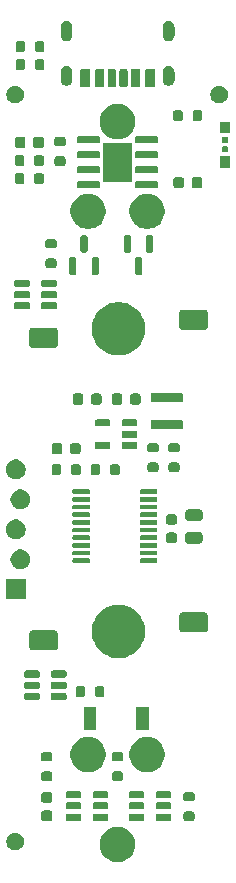
<source format=gbr>
%TF.GenerationSoftware,KiCad,Pcbnew,9.0.7*%
%TF.CreationDate,2026-02-15T22:37:45-05:00*%
%TF.ProjectId,Photon,50686f74-6f6e-42e6-9b69-6361645f7063,1.4*%
%TF.SameCoordinates,Original*%
%TF.FileFunction,Soldermask,Top*%
%TF.FilePolarity,Negative*%
%FSLAX46Y46*%
G04 Gerber Fmt 4.6, Leading zero omitted, Abs format (unit mm)*
G04 Created by KiCad (PCBNEW 9.0.7) date 2026-02-15 22:37:45*
%MOMM*%
%LPD*%
G01*
G04 APERTURE LIST*
G04 APERTURE END LIST*
G36*
X49783968Y-92451445D02*
G01*
X50007825Y-92524181D01*
X50217548Y-92631040D01*
X50407972Y-92769391D01*
X50574409Y-92935828D01*
X50712760Y-93126252D01*
X50819619Y-93335975D01*
X50892355Y-93559832D01*
X50929176Y-93792311D01*
X50929176Y-94027689D01*
X50892355Y-94260168D01*
X50819619Y-94484025D01*
X50712760Y-94693748D01*
X50574409Y-94884172D01*
X50407972Y-95050609D01*
X50217548Y-95188960D01*
X50007825Y-95295819D01*
X49783968Y-95368555D01*
X49551489Y-95405376D01*
X49316111Y-95405376D01*
X49083632Y-95368555D01*
X48859775Y-95295819D01*
X48650052Y-95188960D01*
X48459628Y-95050609D01*
X48293191Y-94884172D01*
X48154840Y-94693748D01*
X48047981Y-94484025D01*
X47975245Y-94260168D01*
X47938424Y-94027689D01*
X47938424Y-93792311D01*
X47975245Y-93559832D01*
X48047981Y-93335975D01*
X48154840Y-93126252D01*
X48293191Y-92935828D01*
X48459628Y-92769391D01*
X48650052Y-92631040D01*
X48859775Y-92524181D01*
X49083632Y-92451445D01*
X49316111Y-92414624D01*
X49551489Y-92414624D01*
X49783968Y-92451445D01*
G37*
G36*
X40968714Y-92948295D02*
G01*
X41104548Y-93004559D01*
X41226795Y-93086242D01*
X41330758Y-93190205D01*
X41412441Y-93312452D01*
X41468705Y-93448286D01*
X41497389Y-93592487D01*
X41497389Y-93739513D01*
X41468705Y-93883714D01*
X41412441Y-94019548D01*
X41330758Y-94141795D01*
X41226795Y-94245758D01*
X41104548Y-94327441D01*
X40968714Y-94383705D01*
X40824513Y-94412389D01*
X40677487Y-94412389D01*
X40533286Y-94383705D01*
X40397452Y-94327441D01*
X40275205Y-94245758D01*
X40171242Y-94141795D01*
X40089559Y-94019548D01*
X40033295Y-93883714D01*
X40004611Y-93739513D01*
X40004611Y-93592487D01*
X40033295Y-93448286D01*
X40089559Y-93312452D01*
X40171242Y-93190205D01*
X40275205Y-93086242D01*
X40397452Y-93004559D01*
X40533286Y-92948295D01*
X40677487Y-92919611D01*
X40824513Y-92919611D01*
X40968714Y-92948295D01*
G37*
G36*
X43779504Y-91048927D02*
G01*
X43852499Y-91097701D01*
X43901273Y-91170696D01*
X43918400Y-91256800D01*
X43918400Y-91706800D01*
X43901273Y-91792904D01*
X43852499Y-91865899D01*
X43779504Y-91914673D01*
X43693400Y-91931800D01*
X43193400Y-91931800D01*
X43107296Y-91914673D01*
X43034301Y-91865899D01*
X42985527Y-91792904D01*
X42968400Y-91706800D01*
X42968400Y-91256800D01*
X42985527Y-91170696D01*
X43034301Y-91097701D01*
X43107296Y-91048927D01*
X43193400Y-91031800D01*
X43693400Y-91031800D01*
X43779504Y-91048927D01*
G37*
G36*
X55834537Y-91147024D02*
G01*
X55899421Y-91190379D01*
X55942776Y-91255263D01*
X55958000Y-91331800D01*
X55958000Y-91731800D01*
X55942776Y-91808337D01*
X55899421Y-91873221D01*
X55834537Y-91916576D01*
X55758000Y-91931800D01*
X55208000Y-91931800D01*
X55131463Y-91916576D01*
X55066579Y-91873221D01*
X55023224Y-91808337D01*
X55008000Y-91731800D01*
X55008000Y-91331800D01*
X55023224Y-91255263D01*
X55066579Y-91190379D01*
X55131463Y-91147024D01*
X55208000Y-91131800D01*
X55758000Y-91131800D01*
X55834537Y-91147024D01*
G37*
G36*
X46279403Y-91317418D02*
G01*
X46328066Y-91349934D01*
X46360582Y-91398597D01*
X46372000Y-91456000D01*
X46372000Y-91756000D01*
X46360582Y-91813403D01*
X46328066Y-91862066D01*
X46279403Y-91894582D01*
X46222000Y-91906000D01*
X45197000Y-91906000D01*
X45139597Y-91894582D01*
X45090934Y-91862066D01*
X45058418Y-91813403D01*
X45047000Y-91756000D01*
X45047000Y-91456000D01*
X45058418Y-91398597D01*
X45090934Y-91349934D01*
X45139597Y-91317418D01*
X45197000Y-91306000D01*
X46222000Y-91306000D01*
X46279403Y-91317418D01*
G37*
G36*
X48554403Y-91317418D02*
G01*
X48603066Y-91349934D01*
X48635582Y-91398597D01*
X48647000Y-91456000D01*
X48647000Y-91756000D01*
X48635582Y-91813403D01*
X48603066Y-91862066D01*
X48554403Y-91894582D01*
X48497000Y-91906000D01*
X47472000Y-91906000D01*
X47414597Y-91894582D01*
X47365934Y-91862066D01*
X47333418Y-91813403D01*
X47322000Y-91756000D01*
X47322000Y-91456000D01*
X47333418Y-91398597D01*
X47365934Y-91349934D01*
X47414597Y-91317418D01*
X47472000Y-91306000D01*
X48497000Y-91306000D01*
X48554403Y-91317418D01*
G37*
G36*
X51613403Y-91317418D02*
G01*
X51662066Y-91349934D01*
X51694582Y-91398597D01*
X51706000Y-91456000D01*
X51706000Y-91756000D01*
X51694582Y-91813403D01*
X51662066Y-91862066D01*
X51613403Y-91894582D01*
X51556000Y-91906000D01*
X50531000Y-91906000D01*
X50473597Y-91894582D01*
X50424934Y-91862066D01*
X50392418Y-91813403D01*
X50381000Y-91756000D01*
X50381000Y-91456000D01*
X50392418Y-91398597D01*
X50424934Y-91349934D01*
X50473597Y-91317418D01*
X50531000Y-91306000D01*
X51556000Y-91306000D01*
X51613403Y-91317418D01*
G37*
G36*
X53888403Y-91317418D02*
G01*
X53937066Y-91349934D01*
X53969582Y-91398597D01*
X53981000Y-91456000D01*
X53981000Y-91756000D01*
X53969582Y-91813403D01*
X53937066Y-91862066D01*
X53888403Y-91894582D01*
X53831000Y-91906000D01*
X52806000Y-91906000D01*
X52748597Y-91894582D01*
X52699934Y-91862066D01*
X52667418Y-91813403D01*
X52656000Y-91756000D01*
X52656000Y-91456000D01*
X52667418Y-91398597D01*
X52699934Y-91349934D01*
X52748597Y-91317418D01*
X52806000Y-91306000D01*
X53831000Y-91306000D01*
X53888403Y-91317418D01*
G37*
G36*
X46279403Y-90367418D02*
G01*
X46328066Y-90399934D01*
X46360582Y-90448597D01*
X46372000Y-90506000D01*
X46372000Y-90806000D01*
X46360582Y-90863403D01*
X46328066Y-90912066D01*
X46279403Y-90944582D01*
X46222000Y-90956000D01*
X45197000Y-90956000D01*
X45139597Y-90944582D01*
X45090934Y-90912066D01*
X45058418Y-90863403D01*
X45047000Y-90806000D01*
X45047000Y-90506000D01*
X45058418Y-90448597D01*
X45090934Y-90399934D01*
X45139597Y-90367418D01*
X45197000Y-90356000D01*
X46222000Y-90356000D01*
X46279403Y-90367418D01*
G37*
G36*
X48554403Y-90367418D02*
G01*
X48603066Y-90399934D01*
X48635582Y-90448597D01*
X48647000Y-90506000D01*
X48647000Y-90806000D01*
X48635582Y-90863403D01*
X48603066Y-90912066D01*
X48554403Y-90944582D01*
X48497000Y-90956000D01*
X47472000Y-90956000D01*
X47414597Y-90944582D01*
X47365934Y-90912066D01*
X47333418Y-90863403D01*
X47322000Y-90806000D01*
X47322000Y-90506000D01*
X47333418Y-90448597D01*
X47365934Y-90399934D01*
X47414597Y-90367418D01*
X47472000Y-90356000D01*
X48497000Y-90356000D01*
X48554403Y-90367418D01*
G37*
G36*
X51613403Y-90367418D02*
G01*
X51662066Y-90399934D01*
X51694582Y-90448597D01*
X51706000Y-90506000D01*
X51706000Y-90806000D01*
X51694582Y-90863403D01*
X51662066Y-90912066D01*
X51613403Y-90944582D01*
X51556000Y-90956000D01*
X50531000Y-90956000D01*
X50473597Y-90944582D01*
X50424934Y-90912066D01*
X50392418Y-90863403D01*
X50381000Y-90806000D01*
X50381000Y-90506000D01*
X50392418Y-90448597D01*
X50424934Y-90399934D01*
X50473597Y-90367418D01*
X50531000Y-90356000D01*
X51556000Y-90356000D01*
X51613403Y-90367418D01*
G37*
G36*
X53888403Y-90367418D02*
G01*
X53937066Y-90399934D01*
X53969582Y-90448597D01*
X53981000Y-90506000D01*
X53981000Y-90806000D01*
X53969582Y-90863403D01*
X53937066Y-90912066D01*
X53888403Y-90944582D01*
X53831000Y-90956000D01*
X52806000Y-90956000D01*
X52748597Y-90944582D01*
X52699934Y-90912066D01*
X52667418Y-90863403D01*
X52656000Y-90806000D01*
X52656000Y-90506000D01*
X52667418Y-90448597D01*
X52699934Y-90399934D01*
X52748597Y-90367418D01*
X52806000Y-90356000D01*
X53831000Y-90356000D01*
X53888403Y-90367418D01*
G37*
G36*
X43779504Y-89498927D02*
G01*
X43852499Y-89547701D01*
X43901273Y-89620696D01*
X43918400Y-89706800D01*
X43918400Y-90156800D01*
X43901273Y-90242904D01*
X43852499Y-90315899D01*
X43779504Y-90364673D01*
X43693400Y-90381800D01*
X43193400Y-90381800D01*
X43107296Y-90364673D01*
X43034301Y-90315899D01*
X42985527Y-90242904D01*
X42968400Y-90156800D01*
X42968400Y-89706800D01*
X42985527Y-89620696D01*
X43034301Y-89547701D01*
X43107296Y-89498927D01*
X43193400Y-89481800D01*
X43693400Y-89481800D01*
X43779504Y-89498927D01*
G37*
G36*
X55834537Y-89497024D02*
G01*
X55899421Y-89540379D01*
X55942776Y-89605263D01*
X55958000Y-89681800D01*
X55958000Y-90081800D01*
X55942776Y-90158337D01*
X55899421Y-90223221D01*
X55834537Y-90266576D01*
X55758000Y-90281800D01*
X55208000Y-90281800D01*
X55131463Y-90266576D01*
X55066579Y-90223221D01*
X55023224Y-90158337D01*
X55008000Y-90081800D01*
X55008000Y-89681800D01*
X55023224Y-89605263D01*
X55066579Y-89540379D01*
X55131463Y-89497024D01*
X55208000Y-89481800D01*
X55758000Y-89481800D01*
X55834537Y-89497024D01*
G37*
G36*
X46279403Y-89417418D02*
G01*
X46328066Y-89449934D01*
X46360582Y-89498597D01*
X46372000Y-89556000D01*
X46372000Y-89856000D01*
X46360582Y-89913403D01*
X46328066Y-89962066D01*
X46279403Y-89994582D01*
X46222000Y-90006000D01*
X45197000Y-90006000D01*
X45139597Y-89994582D01*
X45090934Y-89962066D01*
X45058418Y-89913403D01*
X45047000Y-89856000D01*
X45047000Y-89556000D01*
X45058418Y-89498597D01*
X45090934Y-89449934D01*
X45139597Y-89417418D01*
X45197000Y-89406000D01*
X46222000Y-89406000D01*
X46279403Y-89417418D01*
G37*
G36*
X48554403Y-89417418D02*
G01*
X48603066Y-89449934D01*
X48635582Y-89498597D01*
X48647000Y-89556000D01*
X48647000Y-89856000D01*
X48635582Y-89913403D01*
X48603066Y-89962066D01*
X48554403Y-89994582D01*
X48497000Y-90006000D01*
X47472000Y-90006000D01*
X47414597Y-89994582D01*
X47365934Y-89962066D01*
X47333418Y-89913403D01*
X47322000Y-89856000D01*
X47322000Y-89556000D01*
X47333418Y-89498597D01*
X47365934Y-89449934D01*
X47414597Y-89417418D01*
X47472000Y-89406000D01*
X48497000Y-89406000D01*
X48554403Y-89417418D01*
G37*
G36*
X51613403Y-89417418D02*
G01*
X51662066Y-89449934D01*
X51694582Y-89498597D01*
X51706000Y-89556000D01*
X51706000Y-89856000D01*
X51694582Y-89913403D01*
X51662066Y-89962066D01*
X51613403Y-89994582D01*
X51556000Y-90006000D01*
X50531000Y-90006000D01*
X50473597Y-89994582D01*
X50424934Y-89962066D01*
X50392418Y-89913403D01*
X50381000Y-89856000D01*
X50381000Y-89556000D01*
X50392418Y-89498597D01*
X50424934Y-89449934D01*
X50473597Y-89417418D01*
X50531000Y-89406000D01*
X51556000Y-89406000D01*
X51613403Y-89417418D01*
G37*
G36*
X53888403Y-89417418D02*
G01*
X53937066Y-89449934D01*
X53969582Y-89498597D01*
X53981000Y-89556000D01*
X53981000Y-89856000D01*
X53969582Y-89913403D01*
X53937066Y-89962066D01*
X53888403Y-89994582D01*
X53831000Y-90006000D01*
X52806000Y-90006000D01*
X52748597Y-89994582D01*
X52699934Y-89962066D01*
X52667418Y-89913403D01*
X52656000Y-89856000D01*
X52656000Y-89556000D01*
X52667418Y-89498597D01*
X52699934Y-89449934D01*
X52748597Y-89417418D01*
X52806000Y-89406000D01*
X53831000Y-89406000D01*
X53888403Y-89417418D01*
G37*
G36*
X43794937Y-87756224D02*
G01*
X43859821Y-87799579D01*
X43903176Y-87864463D01*
X43918400Y-87941000D01*
X43918400Y-88341000D01*
X43903176Y-88417537D01*
X43859821Y-88482421D01*
X43794937Y-88525776D01*
X43718400Y-88541000D01*
X43168400Y-88541000D01*
X43091863Y-88525776D01*
X43026979Y-88482421D01*
X42983624Y-88417537D01*
X42968400Y-88341000D01*
X42968400Y-87941000D01*
X42983624Y-87864463D01*
X43026979Y-87799579D01*
X43091863Y-87756224D01*
X43168400Y-87741000D01*
X43718400Y-87741000D01*
X43794937Y-87756224D01*
G37*
G36*
X49785337Y-87756224D02*
G01*
X49850221Y-87799579D01*
X49893576Y-87864463D01*
X49908800Y-87941000D01*
X49908800Y-88341000D01*
X49893576Y-88417537D01*
X49850221Y-88482421D01*
X49785337Y-88525776D01*
X49708800Y-88541000D01*
X49158800Y-88541000D01*
X49082263Y-88525776D01*
X49017379Y-88482421D01*
X48974024Y-88417537D01*
X48958800Y-88341000D01*
X48958800Y-87941000D01*
X48974024Y-87864463D01*
X49017379Y-87799579D01*
X49082263Y-87756224D01*
X49158800Y-87741000D01*
X49708800Y-87741000D01*
X49785337Y-87756224D01*
G37*
G36*
X47283968Y-84851445D02*
G01*
X47507825Y-84924181D01*
X47717548Y-85031040D01*
X47907972Y-85169391D01*
X48074409Y-85335828D01*
X48212760Y-85526252D01*
X48319619Y-85735975D01*
X48392355Y-85959832D01*
X48429176Y-86192311D01*
X48429176Y-86427689D01*
X48392355Y-86660168D01*
X48319619Y-86884025D01*
X48212760Y-87093748D01*
X48074409Y-87284172D01*
X47907972Y-87450609D01*
X47717548Y-87588960D01*
X47507825Y-87695819D01*
X47283968Y-87768555D01*
X47051489Y-87805376D01*
X46816111Y-87805376D01*
X46583632Y-87768555D01*
X46359775Y-87695819D01*
X46150052Y-87588960D01*
X45959628Y-87450609D01*
X45793191Y-87284172D01*
X45654840Y-87093748D01*
X45547981Y-86884025D01*
X45475245Y-86660168D01*
X45438424Y-86427689D01*
X45438424Y-86192311D01*
X45475245Y-85959832D01*
X45547981Y-85735975D01*
X45654840Y-85526252D01*
X45793191Y-85335828D01*
X45959628Y-85169391D01*
X46150052Y-85031040D01*
X46359775Y-84924181D01*
X46583632Y-84851445D01*
X46816111Y-84814624D01*
X47051489Y-84814624D01*
X47283968Y-84851445D01*
G37*
G36*
X52283968Y-84851445D02*
G01*
X52507825Y-84924181D01*
X52717548Y-85031040D01*
X52907972Y-85169391D01*
X53074409Y-85335828D01*
X53212760Y-85526252D01*
X53319619Y-85735975D01*
X53392355Y-85959832D01*
X53429176Y-86192311D01*
X53429176Y-86427689D01*
X53392355Y-86660168D01*
X53319619Y-86884025D01*
X53212760Y-87093748D01*
X53074409Y-87284172D01*
X52907972Y-87450609D01*
X52717548Y-87588960D01*
X52507825Y-87695819D01*
X52283968Y-87768555D01*
X52051489Y-87805376D01*
X51816111Y-87805376D01*
X51583632Y-87768555D01*
X51359775Y-87695819D01*
X51150052Y-87588960D01*
X50959628Y-87450609D01*
X50793191Y-87284172D01*
X50654840Y-87093748D01*
X50547981Y-86884025D01*
X50475245Y-86660168D01*
X50438424Y-86427689D01*
X50438424Y-86192311D01*
X50475245Y-85959832D01*
X50547981Y-85735975D01*
X50654840Y-85526252D01*
X50793191Y-85335828D01*
X50959628Y-85169391D01*
X51150052Y-85031040D01*
X51359775Y-84924181D01*
X51583632Y-84851445D01*
X51816111Y-84814624D01*
X52051489Y-84814624D01*
X52283968Y-84851445D01*
G37*
G36*
X43794937Y-86106224D02*
G01*
X43859821Y-86149579D01*
X43903176Y-86214463D01*
X43918400Y-86291000D01*
X43918400Y-86691000D01*
X43903176Y-86767537D01*
X43859821Y-86832421D01*
X43794937Y-86875776D01*
X43718400Y-86891000D01*
X43168400Y-86891000D01*
X43091863Y-86875776D01*
X43026979Y-86832421D01*
X42983624Y-86767537D01*
X42968400Y-86691000D01*
X42968400Y-86291000D01*
X42983624Y-86214463D01*
X43026979Y-86149579D01*
X43091863Y-86106224D01*
X43168400Y-86091000D01*
X43718400Y-86091000D01*
X43794937Y-86106224D01*
G37*
G36*
X49785337Y-86106224D02*
G01*
X49850221Y-86149579D01*
X49893576Y-86214463D01*
X49908800Y-86291000D01*
X49908800Y-86691000D01*
X49893576Y-86767537D01*
X49850221Y-86832421D01*
X49785337Y-86875776D01*
X49708800Y-86891000D01*
X49158800Y-86891000D01*
X49082263Y-86875776D01*
X49017379Y-86832421D01*
X48974024Y-86767537D01*
X48958800Y-86691000D01*
X48958800Y-86291000D01*
X48974024Y-86214463D01*
X49017379Y-86149579D01*
X49082263Y-86106224D01*
X49158800Y-86091000D01*
X49708800Y-86091000D01*
X49785337Y-86106224D01*
G37*
G36*
X47561182Y-82259993D02*
G01*
X47595246Y-82282754D01*
X47618007Y-82316818D01*
X47626000Y-82357000D01*
X47626000Y-84147000D01*
X47618007Y-84187182D01*
X47595246Y-84221246D01*
X47561182Y-84244007D01*
X47521000Y-84252000D01*
X46681000Y-84252000D01*
X46640818Y-84244007D01*
X46606754Y-84221246D01*
X46583993Y-84187182D01*
X46576000Y-84147000D01*
X46576000Y-82357000D01*
X46583993Y-82316818D01*
X46606754Y-82282754D01*
X46640818Y-82259993D01*
X46681000Y-82252000D01*
X47521000Y-82252000D01*
X47561182Y-82259993D01*
G37*
G36*
X52006182Y-82259993D02*
G01*
X52040246Y-82282754D01*
X52063007Y-82316818D01*
X52071000Y-82357000D01*
X52071000Y-84147000D01*
X52063007Y-84187182D01*
X52040246Y-84221246D01*
X52006182Y-84244007D01*
X51966000Y-84252000D01*
X51126000Y-84252000D01*
X51085818Y-84244007D01*
X51051754Y-84221246D01*
X51028993Y-84187182D01*
X51021000Y-84147000D01*
X51021000Y-82357000D01*
X51028993Y-82316818D01*
X51051754Y-82282754D01*
X51085818Y-82259993D01*
X51126000Y-82252000D01*
X51966000Y-82252000D01*
X52006182Y-82259993D01*
G37*
G36*
X42742403Y-81100418D02*
G01*
X42791066Y-81132934D01*
X42823582Y-81181597D01*
X42835000Y-81239000D01*
X42835000Y-81539000D01*
X42823582Y-81596403D01*
X42791066Y-81645066D01*
X42742403Y-81677582D01*
X42685000Y-81689000D01*
X41660000Y-81689000D01*
X41602597Y-81677582D01*
X41553934Y-81645066D01*
X41521418Y-81596403D01*
X41510000Y-81539000D01*
X41510000Y-81239000D01*
X41521418Y-81181597D01*
X41553934Y-81132934D01*
X41602597Y-81100418D01*
X41660000Y-81089000D01*
X42685000Y-81089000D01*
X42742403Y-81100418D01*
G37*
G36*
X45017403Y-81100418D02*
G01*
X45066066Y-81132934D01*
X45098582Y-81181597D01*
X45110000Y-81239000D01*
X45110000Y-81539000D01*
X45098582Y-81596403D01*
X45066066Y-81645066D01*
X45017403Y-81677582D01*
X44960000Y-81689000D01*
X43935000Y-81689000D01*
X43877597Y-81677582D01*
X43828934Y-81645066D01*
X43796418Y-81596403D01*
X43785000Y-81539000D01*
X43785000Y-81239000D01*
X43796418Y-81181597D01*
X43828934Y-81132934D01*
X43877597Y-81100418D01*
X43935000Y-81089000D01*
X44960000Y-81089000D01*
X45017403Y-81100418D01*
G37*
G36*
X46552537Y-80506224D02*
G01*
X46617421Y-80549579D01*
X46660776Y-80614463D01*
X46676000Y-80691000D01*
X46676000Y-81241000D01*
X46660776Y-81317537D01*
X46617421Y-81382421D01*
X46552537Y-81425776D01*
X46476000Y-81441000D01*
X46076000Y-81441000D01*
X45999463Y-81425776D01*
X45934579Y-81382421D01*
X45891224Y-81317537D01*
X45876000Y-81241000D01*
X45876000Y-80691000D01*
X45891224Y-80614463D01*
X45934579Y-80549579D01*
X45999463Y-80506224D01*
X46076000Y-80491000D01*
X46476000Y-80491000D01*
X46552537Y-80506224D01*
G37*
G36*
X48202537Y-80506224D02*
G01*
X48267421Y-80549579D01*
X48310776Y-80614463D01*
X48326000Y-80691000D01*
X48326000Y-81241000D01*
X48310776Y-81317537D01*
X48267421Y-81382421D01*
X48202537Y-81425776D01*
X48126000Y-81441000D01*
X47726000Y-81441000D01*
X47649463Y-81425776D01*
X47584579Y-81382421D01*
X47541224Y-81317537D01*
X47526000Y-81241000D01*
X47526000Y-80691000D01*
X47541224Y-80614463D01*
X47584579Y-80549579D01*
X47649463Y-80506224D01*
X47726000Y-80491000D01*
X48126000Y-80491000D01*
X48202537Y-80506224D01*
G37*
G36*
X42742403Y-80150418D02*
G01*
X42791066Y-80182934D01*
X42823582Y-80231597D01*
X42835000Y-80289000D01*
X42835000Y-80589000D01*
X42823582Y-80646403D01*
X42791066Y-80695066D01*
X42742403Y-80727582D01*
X42685000Y-80739000D01*
X41660000Y-80739000D01*
X41602597Y-80727582D01*
X41553934Y-80695066D01*
X41521418Y-80646403D01*
X41510000Y-80589000D01*
X41510000Y-80289000D01*
X41521418Y-80231597D01*
X41553934Y-80182934D01*
X41602597Y-80150418D01*
X41660000Y-80139000D01*
X42685000Y-80139000D01*
X42742403Y-80150418D01*
G37*
G36*
X45017403Y-80150418D02*
G01*
X45066066Y-80182934D01*
X45098582Y-80231597D01*
X45110000Y-80289000D01*
X45110000Y-80589000D01*
X45098582Y-80646403D01*
X45066066Y-80695066D01*
X45017403Y-80727582D01*
X44960000Y-80739000D01*
X43935000Y-80739000D01*
X43877597Y-80727582D01*
X43828934Y-80695066D01*
X43796418Y-80646403D01*
X43785000Y-80589000D01*
X43785000Y-80289000D01*
X43796418Y-80231597D01*
X43828934Y-80182934D01*
X43877597Y-80150418D01*
X43935000Y-80139000D01*
X44960000Y-80139000D01*
X45017403Y-80150418D01*
G37*
G36*
X42742403Y-79200418D02*
G01*
X42791066Y-79232934D01*
X42823582Y-79281597D01*
X42835000Y-79339000D01*
X42835000Y-79639000D01*
X42823582Y-79696403D01*
X42791066Y-79745066D01*
X42742403Y-79777582D01*
X42685000Y-79789000D01*
X41660000Y-79789000D01*
X41602597Y-79777582D01*
X41553934Y-79745066D01*
X41521418Y-79696403D01*
X41510000Y-79639000D01*
X41510000Y-79339000D01*
X41521418Y-79281597D01*
X41553934Y-79232934D01*
X41602597Y-79200418D01*
X41660000Y-79189000D01*
X42685000Y-79189000D01*
X42742403Y-79200418D01*
G37*
G36*
X45017403Y-79200418D02*
G01*
X45066066Y-79232934D01*
X45098582Y-79281597D01*
X45110000Y-79339000D01*
X45110000Y-79639000D01*
X45098582Y-79696403D01*
X45066066Y-79745066D01*
X45017403Y-79777582D01*
X44960000Y-79789000D01*
X43935000Y-79789000D01*
X43877597Y-79777582D01*
X43828934Y-79745066D01*
X43796418Y-79696403D01*
X43785000Y-79639000D01*
X43785000Y-79339000D01*
X43796418Y-79281597D01*
X43828934Y-79232934D01*
X43877597Y-79200418D01*
X43935000Y-79189000D01*
X44960000Y-79189000D01*
X45017403Y-79200418D01*
G37*
G36*
X49954709Y-73670406D02*
G01*
X50240132Y-73746885D01*
X50513130Y-73859964D01*
X50769033Y-74007710D01*
X51003462Y-74187594D01*
X51212406Y-74396538D01*
X51392290Y-74630967D01*
X51540036Y-74886870D01*
X51653115Y-75159868D01*
X51729594Y-75445291D01*
X51768163Y-75738254D01*
X51768163Y-76033746D01*
X51729594Y-76326709D01*
X51653115Y-76612132D01*
X51540036Y-76885130D01*
X51392290Y-77141033D01*
X51212406Y-77375462D01*
X51003462Y-77584406D01*
X50769033Y-77764290D01*
X50513130Y-77912036D01*
X50240132Y-78025115D01*
X49954709Y-78101594D01*
X49661746Y-78140163D01*
X49366254Y-78140163D01*
X49073291Y-78101594D01*
X48787868Y-78025115D01*
X48514870Y-77912036D01*
X48258967Y-77764290D01*
X48024538Y-77584406D01*
X47815594Y-77375462D01*
X47635710Y-77141033D01*
X47487964Y-76885130D01*
X47374885Y-76612132D01*
X47298406Y-76326709D01*
X47259837Y-76033746D01*
X47259837Y-75738254D01*
X47298406Y-75445291D01*
X47374885Y-75159868D01*
X47487964Y-74886870D01*
X47635710Y-74630967D01*
X47815594Y-74396538D01*
X48024538Y-74187594D01*
X48258967Y-74007710D01*
X48514870Y-73859964D01*
X48787868Y-73746885D01*
X49073291Y-73670406D01*
X49366254Y-73631837D01*
X49661746Y-73631837D01*
X49954709Y-73670406D01*
G37*
G36*
X44113046Y-75798804D02*
G01*
X44165553Y-75804896D01*
X44183494Y-75812818D01*
X44206584Y-75817411D01*
X44231304Y-75833928D01*
X44252619Y-75843340D01*
X44267176Y-75857897D01*
X44289312Y-75872688D01*
X44304102Y-75894823D01*
X44318659Y-75909380D01*
X44328069Y-75930693D01*
X44344589Y-75955416D01*
X44349182Y-75978507D01*
X44357103Y-75996446D01*
X44363192Y-76048942D01*
X44364000Y-76053000D01*
X44364000Y-77243000D01*
X44363192Y-77247058D01*
X44357103Y-77299553D01*
X44349182Y-77317490D01*
X44344589Y-77340584D01*
X44328068Y-77365308D01*
X44318659Y-77386619D01*
X44304104Y-77401173D01*
X44289312Y-77423312D01*
X44267173Y-77438104D01*
X44252619Y-77452659D01*
X44231308Y-77462068D01*
X44206584Y-77478589D01*
X44183490Y-77483182D01*
X44165553Y-77491103D01*
X44113058Y-77497192D01*
X44109000Y-77498000D01*
X42219000Y-77498000D01*
X42214942Y-77497192D01*
X42162446Y-77491103D01*
X42144507Y-77483182D01*
X42121416Y-77478589D01*
X42096693Y-77462069D01*
X42075380Y-77452659D01*
X42060823Y-77438102D01*
X42038688Y-77423312D01*
X42023897Y-77401176D01*
X42009340Y-77386619D01*
X41999928Y-77365304D01*
X41983411Y-77340584D01*
X41978818Y-77317494D01*
X41970896Y-77299553D01*
X41964804Y-77247046D01*
X41964000Y-77243000D01*
X41964000Y-76053000D01*
X41964804Y-76048954D01*
X41970896Y-75996446D01*
X41978818Y-75978503D01*
X41983411Y-75955416D01*
X41999927Y-75930697D01*
X42009340Y-75909380D01*
X42023899Y-75894820D01*
X42038688Y-75872688D01*
X42060820Y-75857899D01*
X42075380Y-75843340D01*
X42096697Y-75833927D01*
X42121416Y-75817411D01*
X42144503Y-75812818D01*
X42162446Y-75804896D01*
X42214954Y-75798804D01*
X42219000Y-75798000D01*
X44109000Y-75798000D01*
X44113046Y-75798804D01*
G37*
G36*
X56813046Y-74274804D02*
G01*
X56865553Y-74280896D01*
X56883494Y-74288818D01*
X56906584Y-74293411D01*
X56931304Y-74309928D01*
X56952619Y-74319340D01*
X56967176Y-74333897D01*
X56989312Y-74348688D01*
X57004102Y-74370823D01*
X57018659Y-74385380D01*
X57028069Y-74406693D01*
X57044589Y-74431416D01*
X57049182Y-74454507D01*
X57057103Y-74472446D01*
X57063192Y-74524942D01*
X57064000Y-74529000D01*
X57064000Y-75719000D01*
X57063192Y-75723058D01*
X57057103Y-75775553D01*
X57049182Y-75793490D01*
X57044589Y-75816584D01*
X57028068Y-75841308D01*
X57018659Y-75862619D01*
X57004104Y-75877173D01*
X56989312Y-75899312D01*
X56967173Y-75914104D01*
X56952619Y-75928659D01*
X56931308Y-75938068D01*
X56906584Y-75954589D01*
X56883490Y-75959182D01*
X56865553Y-75967103D01*
X56813058Y-75973192D01*
X56809000Y-75974000D01*
X54919000Y-75974000D01*
X54914942Y-75973192D01*
X54862446Y-75967103D01*
X54844507Y-75959182D01*
X54821416Y-75954589D01*
X54796693Y-75938069D01*
X54775380Y-75928659D01*
X54760823Y-75914102D01*
X54738688Y-75899312D01*
X54723897Y-75877176D01*
X54709340Y-75862619D01*
X54699928Y-75841304D01*
X54683411Y-75816584D01*
X54678818Y-75793494D01*
X54670896Y-75775553D01*
X54664804Y-75723046D01*
X54664000Y-75719000D01*
X54664000Y-74529000D01*
X54664804Y-74524954D01*
X54670896Y-74472446D01*
X54678818Y-74454503D01*
X54683411Y-74431416D01*
X54699927Y-74406697D01*
X54709340Y-74385380D01*
X54723899Y-74370820D01*
X54738688Y-74348688D01*
X54760820Y-74333899D01*
X54775380Y-74319340D01*
X54796697Y-74309927D01*
X54821416Y-74293411D01*
X54844503Y-74288818D01*
X54862446Y-74280896D01*
X54914954Y-74274804D01*
X54919000Y-74274000D01*
X56809000Y-74274000D01*
X56813046Y-74274804D01*
G37*
G36*
X41655000Y-73180000D02*
G01*
X39955000Y-73180000D01*
X39955000Y-71480000D01*
X41655000Y-71480000D01*
X41655000Y-73180000D01*
G37*
G36*
X41451742Y-68976601D02*
G01*
X41605687Y-69040367D01*
X41744234Y-69132941D01*
X41862059Y-69250766D01*
X41954633Y-69389313D01*
X42018399Y-69543258D01*
X42050907Y-69706685D01*
X42050907Y-69873315D01*
X42018399Y-70036742D01*
X41954633Y-70190687D01*
X41862059Y-70329234D01*
X41744234Y-70447059D01*
X41605687Y-70539633D01*
X41451742Y-70603399D01*
X41288315Y-70635907D01*
X41121685Y-70635907D01*
X40958258Y-70603399D01*
X40804313Y-70539633D01*
X40665766Y-70447059D01*
X40547941Y-70329234D01*
X40455367Y-70190687D01*
X40391601Y-70036742D01*
X40359093Y-69873315D01*
X40359093Y-69706685D01*
X40391601Y-69543258D01*
X40455367Y-69389313D01*
X40547941Y-69250766D01*
X40665766Y-69132941D01*
X40804313Y-69040367D01*
X40958258Y-68976601D01*
X41121685Y-68944093D01*
X41288315Y-68944093D01*
X41451742Y-68976601D01*
G37*
G36*
X47025768Y-69707612D02*
G01*
X47058211Y-69729289D01*
X47079888Y-69761732D01*
X47087500Y-69800000D01*
X47087500Y-70000000D01*
X47079888Y-70038268D01*
X47058211Y-70070711D01*
X47025768Y-70092388D01*
X46987500Y-70100000D01*
X45712500Y-70100000D01*
X45674232Y-70092388D01*
X45641789Y-70070711D01*
X45620112Y-70038268D01*
X45612500Y-70000000D01*
X45612500Y-69800000D01*
X45620112Y-69761732D01*
X45641789Y-69729289D01*
X45674232Y-69707612D01*
X45712500Y-69700000D01*
X46987500Y-69700000D01*
X47025768Y-69707612D01*
G37*
G36*
X52750768Y-69707612D02*
G01*
X52783211Y-69729289D01*
X52804888Y-69761732D01*
X52812500Y-69800000D01*
X52812500Y-70000000D01*
X52804888Y-70038268D01*
X52783211Y-70070711D01*
X52750768Y-70092388D01*
X52712500Y-70100000D01*
X51437500Y-70100000D01*
X51399232Y-70092388D01*
X51366789Y-70070711D01*
X51345112Y-70038268D01*
X51337500Y-70000000D01*
X51337500Y-69800000D01*
X51345112Y-69761732D01*
X51366789Y-69729289D01*
X51399232Y-69707612D01*
X51437500Y-69700000D01*
X52712500Y-69700000D01*
X52750768Y-69707612D01*
G37*
G36*
X47025768Y-69057612D02*
G01*
X47058211Y-69079289D01*
X47079888Y-69111732D01*
X47087500Y-69150000D01*
X47087500Y-69350000D01*
X47079888Y-69388268D01*
X47058211Y-69420711D01*
X47025768Y-69442388D01*
X46987500Y-69450000D01*
X45712500Y-69450000D01*
X45674232Y-69442388D01*
X45641789Y-69420711D01*
X45620112Y-69388268D01*
X45612500Y-69350000D01*
X45612500Y-69150000D01*
X45620112Y-69111732D01*
X45641789Y-69079289D01*
X45674232Y-69057612D01*
X45712500Y-69050000D01*
X46987500Y-69050000D01*
X47025768Y-69057612D01*
G37*
G36*
X52750768Y-69057612D02*
G01*
X52783211Y-69079289D01*
X52804888Y-69111732D01*
X52812500Y-69150000D01*
X52812500Y-69350000D01*
X52804888Y-69388268D01*
X52783211Y-69420711D01*
X52750768Y-69442388D01*
X52712500Y-69450000D01*
X51437500Y-69450000D01*
X51399232Y-69442388D01*
X51366789Y-69420711D01*
X51345112Y-69388268D01*
X51337500Y-69350000D01*
X51337500Y-69150000D01*
X51345112Y-69111732D01*
X51366789Y-69079289D01*
X51399232Y-69057612D01*
X51437500Y-69050000D01*
X52712500Y-69050000D01*
X52750768Y-69057612D01*
G37*
G36*
X47025768Y-68407612D02*
G01*
X47058211Y-68429289D01*
X47079888Y-68461732D01*
X47087500Y-68500000D01*
X47087500Y-68700000D01*
X47079888Y-68738268D01*
X47058211Y-68770711D01*
X47025768Y-68792388D01*
X46987500Y-68800000D01*
X45712500Y-68800000D01*
X45674232Y-68792388D01*
X45641789Y-68770711D01*
X45620112Y-68738268D01*
X45612500Y-68700000D01*
X45612500Y-68500000D01*
X45620112Y-68461732D01*
X45641789Y-68429289D01*
X45674232Y-68407612D01*
X45712500Y-68400000D01*
X46987500Y-68400000D01*
X47025768Y-68407612D01*
G37*
G36*
X52750768Y-68407612D02*
G01*
X52783211Y-68429289D01*
X52804888Y-68461732D01*
X52812500Y-68500000D01*
X52812500Y-68700000D01*
X52804888Y-68738268D01*
X52783211Y-68770711D01*
X52750768Y-68792388D01*
X52712500Y-68800000D01*
X51437500Y-68800000D01*
X51399232Y-68792388D01*
X51366789Y-68770711D01*
X51345112Y-68738268D01*
X51337500Y-68700000D01*
X51337500Y-68500000D01*
X51345112Y-68461732D01*
X51366789Y-68429289D01*
X51399232Y-68407612D01*
X51437500Y-68400000D01*
X52712500Y-68400000D01*
X52750768Y-68407612D01*
G37*
G36*
X56379047Y-67450805D02*
G01*
X56430408Y-67456764D01*
X56447954Y-67464511D01*
X56470671Y-67469030D01*
X56494991Y-67485280D01*
X56515793Y-67494465D01*
X56530000Y-67508672D01*
X56551777Y-67523223D01*
X56566327Y-67544999D01*
X56580534Y-67559206D01*
X56589718Y-67580006D01*
X56605970Y-67604329D01*
X56610489Y-67627048D01*
X56618235Y-67644591D01*
X56624192Y-67695940D01*
X56625000Y-67700000D01*
X56625000Y-68200000D01*
X56624192Y-68204059D01*
X56618235Y-68255408D01*
X56610489Y-68272950D01*
X56605970Y-68295671D01*
X56589716Y-68319995D01*
X56580534Y-68340793D01*
X56566329Y-68354997D01*
X56551777Y-68376777D01*
X56529997Y-68391329D01*
X56515793Y-68405534D01*
X56494995Y-68414716D01*
X56470671Y-68430970D01*
X56447950Y-68435489D01*
X56430408Y-68443235D01*
X56379061Y-68449192D01*
X56375000Y-68450000D01*
X55425000Y-68450000D01*
X55420941Y-68449192D01*
X55369591Y-68443235D01*
X55352048Y-68435489D01*
X55329329Y-68430970D01*
X55305006Y-68414718D01*
X55284206Y-68405534D01*
X55269999Y-68391327D01*
X55248223Y-68376777D01*
X55233672Y-68355000D01*
X55219465Y-68340793D01*
X55210280Y-68319991D01*
X55194030Y-68295671D01*
X55189511Y-68272954D01*
X55181764Y-68255408D01*
X55175805Y-68204049D01*
X55175000Y-68200000D01*
X55175000Y-67700000D01*
X55175804Y-67695953D01*
X55181764Y-67644591D01*
X55189511Y-67627043D01*
X55194030Y-67604329D01*
X55210278Y-67580010D01*
X55219465Y-67559206D01*
X55233674Y-67544996D01*
X55248223Y-67523223D01*
X55269996Y-67508674D01*
X55284206Y-67494465D01*
X55305010Y-67485278D01*
X55329329Y-67469030D01*
X55352043Y-67464511D01*
X55369591Y-67456764D01*
X55420952Y-67450805D01*
X55425000Y-67450000D01*
X56375000Y-67450000D01*
X56379047Y-67450805D01*
G37*
G36*
X54336104Y-67517127D02*
G01*
X54409099Y-67565901D01*
X54457873Y-67638896D01*
X54475000Y-67725000D01*
X54475000Y-68175000D01*
X54457873Y-68261104D01*
X54409099Y-68334099D01*
X54336104Y-68382873D01*
X54250000Y-68400000D01*
X53750000Y-68400000D01*
X53663896Y-68382873D01*
X53590901Y-68334099D01*
X53542127Y-68261104D01*
X53525000Y-68175000D01*
X53525000Y-67725000D01*
X53542127Y-67638896D01*
X53590901Y-67565901D01*
X53663896Y-67517127D01*
X53750000Y-67500000D01*
X54250000Y-67500000D01*
X54336104Y-67517127D01*
G37*
G36*
X47025768Y-67757612D02*
G01*
X47058211Y-67779289D01*
X47079888Y-67811732D01*
X47087500Y-67850000D01*
X47087500Y-68050000D01*
X47079888Y-68088268D01*
X47058211Y-68120711D01*
X47025768Y-68142388D01*
X46987500Y-68150000D01*
X45712500Y-68150000D01*
X45674232Y-68142388D01*
X45641789Y-68120711D01*
X45620112Y-68088268D01*
X45612500Y-68050000D01*
X45612500Y-67850000D01*
X45620112Y-67811732D01*
X45641789Y-67779289D01*
X45674232Y-67757612D01*
X45712500Y-67750000D01*
X46987500Y-67750000D01*
X47025768Y-67757612D01*
G37*
G36*
X52750768Y-67757612D02*
G01*
X52783211Y-67779289D01*
X52804888Y-67811732D01*
X52812500Y-67850000D01*
X52812500Y-68050000D01*
X52804888Y-68088268D01*
X52783211Y-68120711D01*
X52750768Y-68142388D01*
X52712500Y-68150000D01*
X51437500Y-68150000D01*
X51399232Y-68142388D01*
X51366789Y-68120711D01*
X51345112Y-68088268D01*
X51337500Y-68050000D01*
X51337500Y-67850000D01*
X51345112Y-67811732D01*
X51366789Y-67779289D01*
X51399232Y-67757612D01*
X51437500Y-67750000D01*
X52712500Y-67750000D01*
X52750768Y-67757612D01*
G37*
G36*
X41051742Y-66436601D02*
G01*
X41205687Y-66500367D01*
X41344234Y-66592941D01*
X41462059Y-66710766D01*
X41554633Y-66849313D01*
X41618399Y-67003258D01*
X41650907Y-67166685D01*
X41650907Y-67333315D01*
X41618399Y-67496742D01*
X41554633Y-67650687D01*
X41462059Y-67789234D01*
X41344234Y-67907059D01*
X41205687Y-67999633D01*
X41051742Y-68063399D01*
X40888315Y-68095907D01*
X40721685Y-68095907D01*
X40558258Y-68063399D01*
X40404313Y-67999633D01*
X40265766Y-67907059D01*
X40147941Y-67789234D01*
X40055367Y-67650687D01*
X39991601Y-67496742D01*
X39959093Y-67333315D01*
X39959093Y-67166685D01*
X39991601Y-67003258D01*
X40055367Y-66849313D01*
X40147941Y-66710766D01*
X40265766Y-66592941D01*
X40404313Y-66500367D01*
X40558258Y-66436601D01*
X40721685Y-66404093D01*
X40888315Y-66404093D01*
X41051742Y-66436601D01*
G37*
G36*
X47025768Y-67107612D02*
G01*
X47058211Y-67129289D01*
X47079888Y-67161732D01*
X47087500Y-67200000D01*
X47087500Y-67400000D01*
X47079888Y-67438268D01*
X47058211Y-67470711D01*
X47025768Y-67492388D01*
X46987500Y-67500000D01*
X45712500Y-67500000D01*
X45674232Y-67492388D01*
X45641789Y-67470711D01*
X45620112Y-67438268D01*
X45612500Y-67400000D01*
X45612500Y-67200000D01*
X45620112Y-67161732D01*
X45641789Y-67129289D01*
X45674232Y-67107612D01*
X45712500Y-67100000D01*
X46987500Y-67100000D01*
X47025768Y-67107612D01*
G37*
G36*
X52750768Y-67107612D02*
G01*
X52783211Y-67129289D01*
X52804888Y-67161732D01*
X52812500Y-67200000D01*
X52812500Y-67400000D01*
X52804888Y-67438268D01*
X52783211Y-67470711D01*
X52750768Y-67492388D01*
X52712500Y-67500000D01*
X51437500Y-67500000D01*
X51399232Y-67492388D01*
X51366789Y-67470711D01*
X51345112Y-67438268D01*
X51337500Y-67400000D01*
X51337500Y-67200000D01*
X51345112Y-67161732D01*
X51366789Y-67129289D01*
X51399232Y-67107612D01*
X51437500Y-67100000D01*
X52712500Y-67100000D01*
X52750768Y-67107612D01*
G37*
G36*
X47025768Y-66457612D02*
G01*
X47058211Y-66479289D01*
X47079888Y-66511732D01*
X47087500Y-66550000D01*
X47087500Y-66750000D01*
X47079888Y-66788268D01*
X47058211Y-66820711D01*
X47025768Y-66842388D01*
X46987500Y-66850000D01*
X45712500Y-66850000D01*
X45674232Y-66842388D01*
X45641789Y-66820711D01*
X45620112Y-66788268D01*
X45612500Y-66750000D01*
X45612500Y-66550000D01*
X45620112Y-66511732D01*
X45641789Y-66479289D01*
X45674232Y-66457612D01*
X45712500Y-66450000D01*
X46987500Y-66450000D01*
X47025768Y-66457612D01*
G37*
G36*
X52750768Y-66457612D02*
G01*
X52783211Y-66479289D01*
X52804888Y-66511732D01*
X52812500Y-66550000D01*
X52812500Y-66750000D01*
X52804888Y-66788268D01*
X52783211Y-66820711D01*
X52750768Y-66842388D01*
X52712500Y-66850000D01*
X51437500Y-66850000D01*
X51399232Y-66842388D01*
X51366789Y-66820711D01*
X51345112Y-66788268D01*
X51337500Y-66750000D01*
X51337500Y-66550000D01*
X51345112Y-66511732D01*
X51366789Y-66479289D01*
X51399232Y-66457612D01*
X51437500Y-66450000D01*
X52712500Y-66450000D01*
X52750768Y-66457612D01*
G37*
G36*
X54336104Y-65967127D02*
G01*
X54409099Y-66015901D01*
X54457873Y-66088896D01*
X54475000Y-66175000D01*
X54475000Y-66625000D01*
X54457873Y-66711104D01*
X54409099Y-66784099D01*
X54336104Y-66832873D01*
X54250000Y-66850000D01*
X53750000Y-66850000D01*
X53663896Y-66832873D01*
X53590901Y-66784099D01*
X53542127Y-66711104D01*
X53525000Y-66625000D01*
X53525000Y-66175000D01*
X53542127Y-66088896D01*
X53590901Y-66015901D01*
X53663896Y-65967127D01*
X53750000Y-65950000D01*
X54250000Y-65950000D01*
X54336104Y-65967127D01*
G37*
G36*
X56379047Y-65550805D02*
G01*
X56430408Y-65556764D01*
X56447954Y-65564511D01*
X56470671Y-65569030D01*
X56494991Y-65585280D01*
X56515793Y-65594465D01*
X56530000Y-65608672D01*
X56551777Y-65623223D01*
X56566327Y-65644999D01*
X56580534Y-65659206D01*
X56589718Y-65680006D01*
X56605970Y-65704329D01*
X56610489Y-65727048D01*
X56618235Y-65744591D01*
X56624192Y-65795940D01*
X56625000Y-65800000D01*
X56625000Y-66300000D01*
X56624192Y-66304059D01*
X56618235Y-66355408D01*
X56610489Y-66372950D01*
X56605970Y-66395671D01*
X56589716Y-66419995D01*
X56580534Y-66440793D01*
X56566329Y-66454997D01*
X56551777Y-66476777D01*
X56529997Y-66491329D01*
X56515793Y-66505534D01*
X56494995Y-66514716D01*
X56470671Y-66530970D01*
X56447950Y-66535489D01*
X56430408Y-66543235D01*
X56379061Y-66549192D01*
X56375000Y-66550000D01*
X55425000Y-66550000D01*
X55420941Y-66549192D01*
X55369591Y-66543235D01*
X55352048Y-66535489D01*
X55329329Y-66530970D01*
X55305006Y-66514718D01*
X55284206Y-66505534D01*
X55269999Y-66491327D01*
X55248223Y-66476777D01*
X55233672Y-66455000D01*
X55219465Y-66440793D01*
X55210280Y-66419991D01*
X55194030Y-66395671D01*
X55189511Y-66372954D01*
X55181764Y-66355408D01*
X55175805Y-66304049D01*
X55175000Y-66300000D01*
X55175000Y-65800000D01*
X55175804Y-65795953D01*
X55181764Y-65744591D01*
X55189511Y-65727043D01*
X55194030Y-65704329D01*
X55210278Y-65680010D01*
X55219465Y-65659206D01*
X55233674Y-65644996D01*
X55248223Y-65623223D01*
X55269996Y-65608674D01*
X55284206Y-65594465D01*
X55305010Y-65585278D01*
X55329329Y-65569030D01*
X55352043Y-65564511D01*
X55369591Y-65556764D01*
X55420952Y-65550805D01*
X55425000Y-65550000D01*
X56375000Y-65550000D01*
X56379047Y-65550805D01*
G37*
G36*
X47025768Y-65807612D02*
G01*
X47058211Y-65829289D01*
X47079888Y-65861732D01*
X47087500Y-65900000D01*
X47087500Y-66100000D01*
X47079888Y-66138268D01*
X47058211Y-66170711D01*
X47025768Y-66192388D01*
X46987500Y-66200000D01*
X45712500Y-66200000D01*
X45674232Y-66192388D01*
X45641789Y-66170711D01*
X45620112Y-66138268D01*
X45612500Y-66100000D01*
X45612500Y-65900000D01*
X45620112Y-65861732D01*
X45641789Y-65829289D01*
X45674232Y-65807612D01*
X45712500Y-65800000D01*
X46987500Y-65800000D01*
X47025768Y-65807612D01*
G37*
G36*
X52750768Y-65807612D02*
G01*
X52783211Y-65829289D01*
X52804888Y-65861732D01*
X52812500Y-65900000D01*
X52812500Y-66100000D01*
X52804888Y-66138268D01*
X52783211Y-66170711D01*
X52750768Y-66192388D01*
X52712500Y-66200000D01*
X51437500Y-66200000D01*
X51399232Y-66192388D01*
X51366789Y-66170711D01*
X51345112Y-66138268D01*
X51337500Y-66100000D01*
X51337500Y-65900000D01*
X51345112Y-65861732D01*
X51366789Y-65829289D01*
X51399232Y-65807612D01*
X51437500Y-65800000D01*
X52712500Y-65800000D01*
X52750768Y-65807612D01*
G37*
G36*
X41451742Y-63896601D02*
G01*
X41605687Y-63960367D01*
X41744234Y-64052941D01*
X41862059Y-64170766D01*
X41954633Y-64309313D01*
X42018399Y-64463258D01*
X42050907Y-64626685D01*
X42050907Y-64793315D01*
X42018399Y-64956742D01*
X41954633Y-65110687D01*
X41862059Y-65249234D01*
X41744234Y-65367059D01*
X41605687Y-65459633D01*
X41451742Y-65523399D01*
X41288315Y-65555907D01*
X41121685Y-65555907D01*
X40958258Y-65523399D01*
X40804313Y-65459633D01*
X40665766Y-65367059D01*
X40547941Y-65249234D01*
X40455367Y-65110687D01*
X40391601Y-64956742D01*
X40359093Y-64793315D01*
X40359093Y-64626685D01*
X40391601Y-64463258D01*
X40455367Y-64309313D01*
X40547941Y-64170766D01*
X40665766Y-64052941D01*
X40804313Y-63960367D01*
X40958258Y-63896601D01*
X41121685Y-63864093D01*
X41288315Y-63864093D01*
X41451742Y-63896601D01*
G37*
G36*
X47025768Y-65157612D02*
G01*
X47058211Y-65179289D01*
X47079888Y-65211732D01*
X47087500Y-65250000D01*
X47087500Y-65450000D01*
X47079888Y-65488268D01*
X47058211Y-65520711D01*
X47025768Y-65542388D01*
X46987500Y-65550000D01*
X45712500Y-65550000D01*
X45674232Y-65542388D01*
X45641789Y-65520711D01*
X45620112Y-65488268D01*
X45612500Y-65450000D01*
X45612500Y-65250000D01*
X45620112Y-65211732D01*
X45641789Y-65179289D01*
X45674232Y-65157612D01*
X45712500Y-65150000D01*
X46987500Y-65150000D01*
X47025768Y-65157612D01*
G37*
G36*
X52750768Y-65157612D02*
G01*
X52783211Y-65179289D01*
X52804888Y-65211732D01*
X52812500Y-65250000D01*
X52812500Y-65450000D01*
X52804888Y-65488268D01*
X52783211Y-65520711D01*
X52750768Y-65542388D01*
X52712500Y-65550000D01*
X51437500Y-65550000D01*
X51399232Y-65542388D01*
X51366789Y-65520711D01*
X51345112Y-65488268D01*
X51337500Y-65450000D01*
X51337500Y-65250000D01*
X51345112Y-65211732D01*
X51366789Y-65179289D01*
X51399232Y-65157612D01*
X51437500Y-65150000D01*
X52712500Y-65150000D01*
X52750768Y-65157612D01*
G37*
G36*
X47025768Y-64507612D02*
G01*
X47058211Y-64529289D01*
X47079888Y-64561732D01*
X47087500Y-64600000D01*
X47087500Y-64800000D01*
X47079888Y-64838268D01*
X47058211Y-64870711D01*
X47025768Y-64892388D01*
X46987500Y-64900000D01*
X45712500Y-64900000D01*
X45674232Y-64892388D01*
X45641789Y-64870711D01*
X45620112Y-64838268D01*
X45612500Y-64800000D01*
X45612500Y-64600000D01*
X45620112Y-64561732D01*
X45641789Y-64529289D01*
X45674232Y-64507612D01*
X45712500Y-64500000D01*
X46987500Y-64500000D01*
X47025768Y-64507612D01*
G37*
G36*
X52750768Y-64507612D02*
G01*
X52783211Y-64529289D01*
X52804888Y-64561732D01*
X52812500Y-64600000D01*
X52812500Y-64800000D01*
X52804888Y-64838268D01*
X52783211Y-64870711D01*
X52750768Y-64892388D01*
X52712500Y-64900000D01*
X51437500Y-64900000D01*
X51399232Y-64892388D01*
X51366789Y-64870711D01*
X51345112Y-64838268D01*
X51337500Y-64800000D01*
X51337500Y-64600000D01*
X51345112Y-64561732D01*
X51366789Y-64529289D01*
X51399232Y-64507612D01*
X51437500Y-64500000D01*
X52712500Y-64500000D01*
X52750768Y-64507612D01*
G37*
G36*
X47025768Y-63857612D02*
G01*
X47058211Y-63879289D01*
X47079888Y-63911732D01*
X47087500Y-63950000D01*
X47087500Y-64150000D01*
X47079888Y-64188268D01*
X47058211Y-64220711D01*
X47025768Y-64242388D01*
X46987500Y-64250000D01*
X45712500Y-64250000D01*
X45674232Y-64242388D01*
X45641789Y-64220711D01*
X45620112Y-64188268D01*
X45612500Y-64150000D01*
X45612500Y-63950000D01*
X45620112Y-63911732D01*
X45641789Y-63879289D01*
X45674232Y-63857612D01*
X45712500Y-63850000D01*
X46987500Y-63850000D01*
X47025768Y-63857612D01*
G37*
G36*
X52750768Y-63857612D02*
G01*
X52783211Y-63879289D01*
X52804888Y-63911732D01*
X52812500Y-63950000D01*
X52812500Y-64150000D01*
X52804888Y-64188268D01*
X52783211Y-64220711D01*
X52750768Y-64242388D01*
X52712500Y-64250000D01*
X51437500Y-64250000D01*
X51399232Y-64242388D01*
X51366789Y-64220711D01*
X51345112Y-64188268D01*
X51337500Y-64150000D01*
X51337500Y-63950000D01*
X51345112Y-63911732D01*
X51366789Y-63879289D01*
X51399232Y-63857612D01*
X51437500Y-63850000D01*
X52712500Y-63850000D01*
X52750768Y-63857612D01*
G37*
G36*
X41051742Y-61356601D02*
G01*
X41205687Y-61420367D01*
X41344234Y-61512941D01*
X41462059Y-61630766D01*
X41554633Y-61769313D01*
X41618399Y-61923258D01*
X41650907Y-62086685D01*
X41650907Y-62253315D01*
X41618399Y-62416742D01*
X41554633Y-62570687D01*
X41462059Y-62709234D01*
X41344234Y-62827059D01*
X41205687Y-62919633D01*
X41051742Y-62983399D01*
X40888315Y-63015907D01*
X40721685Y-63015907D01*
X40558258Y-62983399D01*
X40404313Y-62919633D01*
X40265766Y-62827059D01*
X40147941Y-62709234D01*
X40055367Y-62570687D01*
X39991601Y-62416742D01*
X39959093Y-62253315D01*
X39959093Y-62086685D01*
X39991601Y-61923258D01*
X40055367Y-61769313D01*
X40147941Y-61630766D01*
X40265766Y-61512941D01*
X40404313Y-61420367D01*
X40558258Y-61356601D01*
X40721685Y-61324093D01*
X40888315Y-61324093D01*
X41051742Y-61356601D01*
G37*
G36*
X44533537Y-61710224D02*
G01*
X44598421Y-61753579D01*
X44641776Y-61818463D01*
X44657000Y-61895000D01*
X44657000Y-62445000D01*
X44641776Y-62521537D01*
X44598421Y-62586421D01*
X44533537Y-62629776D01*
X44457000Y-62645000D01*
X44057000Y-62645000D01*
X43980463Y-62629776D01*
X43915579Y-62586421D01*
X43872224Y-62521537D01*
X43857000Y-62445000D01*
X43857000Y-61895000D01*
X43872224Y-61818463D01*
X43915579Y-61753579D01*
X43980463Y-61710224D01*
X44057000Y-61695000D01*
X44457000Y-61695000D01*
X44533537Y-61710224D01*
G37*
G36*
X46183537Y-61710224D02*
G01*
X46248421Y-61753579D01*
X46291776Y-61818463D01*
X46307000Y-61895000D01*
X46307000Y-62445000D01*
X46291776Y-62521537D01*
X46248421Y-62586421D01*
X46183537Y-62629776D01*
X46107000Y-62645000D01*
X45707000Y-62645000D01*
X45630463Y-62629776D01*
X45565579Y-62586421D01*
X45522224Y-62521537D01*
X45507000Y-62445000D01*
X45507000Y-61895000D01*
X45522224Y-61818463D01*
X45565579Y-61753579D01*
X45630463Y-61710224D01*
X45707000Y-61695000D01*
X46107000Y-61695000D01*
X46183537Y-61710224D01*
G37*
G36*
X47835537Y-61710224D02*
G01*
X47900421Y-61753579D01*
X47943776Y-61818463D01*
X47959000Y-61895000D01*
X47959000Y-62445000D01*
X47943776Y-62521537D01*
X47900421Y-62586421D01*
X47835537Y-62629776D01*
X47759000Y-62645000D01*
X47359000Y-62645000D01*
X47282463Y-62629776D01*
X47217579Y-62586421D01*
X47174224Y-62521537D01*
X47159000Y-62445000D01*
X47159000Y-61895000D01*
X47174224Y-61818463D01*
X47217579Y-61753579D01*
X47282463Y-61710224D01*
X47359000Y-61695000D01*
X47759000Y-61695000D01*
X47835537Y-61710224D01*
G37*
G36*
X49485537Y-61710224D02*
G01*
X49550421Y-61753579D01*
X49593776Y-61818463D01*
X49609000Y-61895000D01*
X49609000Y-62445000D01*
X49593776Y-62521537D01*
X49550421Y-62586421D01*
X49485537Y-62629776D01*
X49409000Y-62645000D01*
X49009000Y-62645000D01*
X48932463Y-62629776D01*
X48867579Y-62586421D01*
X48824224Y-62521537D01*
X48809000Y-62445000D01*
X48809000Y-61895000D01*
X48824224Y-61818463D01*
X48867579Y-61753579D01*
X48932463Y-61710224D01*
X49009000Y-61695000D01*
X49409000Y-61695000D01*
X49485537Y-61710224D01*
G37*
G36*
X52786537Y-61594224D02*
G01*
X52851421Y-61637579D01*
X52894776Y-61702463D01*
X52910000Y-61779000D01*
X52910000Y-62179000D01*
X52894776Y-62255537D01*
X52851421Y-62320421D01*
X52786537Y-62363776D01*
X52710000Y-62379000D01*
X52160000Y-62379000D01*
X52083463Y-62363776D01*
X52018579Y-62320421D01*
X51975224Y-62255537D01*
X51960000Y-62179000D01*
X51960000Y-61779000D01*
X51975224Y-61702463D01*
X52018579Y-61637579D01*
X52083463Y-61594224D01*
X52160000Y-61579000D01*
X52710000Y-61579000D01*
X52786537Y-61594224D01*
G37*
G36*
X54564537Y-61594224D02*
G01*
X54629421Y-61637579D01*
X54672776Y-61702463D01*
X54688000Y-61779000D01*
X54688000Y-62179000D01*
X54672776Y-62255537D01*
X54629421Y-62320421D01*
X54564537Y-62363776D01*
X54488000Y-62379000D01*
X53938000Y-62379000D01*
X53861463Y-62363776D01*
X53796579Y-62320421D01*
X53753224Y-62255537D01*
X53738000Y-62179000D01*
X53738000Y-61779000D01*
X53753224Y-61702463D01*
X53796579Y-61637579D01*
X53861463Y-61594224D01*
X53938000Y-61579000D01*
X54488000Y-61579000D01*
X54564537Y-61594224D01*
G37*
G36*
X44618104Y-59934127D02*
G01*
X44691099Y-59982901D01*
X44739873Y-60055896D01*
X44757000Y-60142000D01*
X44757000Y-60642000D01*
X44739873Y-60728104D01*
X44691099Y-60801099D01*
X44618104Y-60849873D01*
X44532000Y-60867000D01*
X44082000Y-60867000D01*
X43995896Y-60849873D01*
X43922901Y-60801099D01*
X43874127Y-60728104D01*
X43857000Y-60642000D01*
X43857000Y-60142000D01*
X43874127Y-60055896D01*
X43922901Y-59982901D01*
X43995896Y-59934127D01*
X44082000Y-59917000D01*
X44532000Y-59917000D01*
X44618104Y-59934127D01*
G37*
G36*
X46168104Y-59934127D02*
G01*
X46241099Y-59982901D01*
X46289873Y-60055896D01*
X46307000Y-60142000D01*
X46307000Y-60642000D01*
X46289873Y-60728104D01*
X46241099Y-60801099D01*
X46168104Y-60849873D01*
X46082000Y-60867000D01*
X45632000Y-60867000D01*
X45545896Y-60849873D01*
X45472901Y-60801099D01*
X45424127Y-60728104D01*
X45407000Y-60642000D01*
X45407000Y-60142000D01*
X45424127Y-60055896D01*
X45472901Y-59982901D01*
X45545896Y-59934127D01*
X45632000Y-59917000D01*
X46082000Y-59917000D01*
X46168104Y-59934127D01*
G37*
G36*
X52786537Y-59944224D02*
G01*
X52851421Y-59987579D01*
X52894776Y-60052463D01*
X52910000Y-60129000D01*
X52910000Y-60529000D01*
X52894776Y-60605537D01*
X52851421Y-60670421D01*
X52786537Y-60713776D01*
X52710000Y-60729000D01*
X52160000Y-60729000D01*
X52083463Y-60713776D01*
X52018579Y-60670421D01*
X51975224Y-60605537D01*
X51960000Y-60529000D01*
X51960000Y-60129000D01*
X51975224Y-60052463D01*
X52018579Y-59987579D01*
X52083463Y-59944224D01*
X52160000Y-59929000D01*
X52710000Y-59929000D01*
X52786537Y-59944224D01*
G37*
G36*
X54564537Y-59944224D02*
G01*
X54629421Y-59987579D01*
X54672776Y-60052463D01*
X54688000Y-60129000D01*
X54688000Y-60529000D01*
X54672776Y-60605537D01*
X54629421Y-60670421D01*
X54564537Y-60713776D01*
X54488000Y-60729000D01*
X53938000Y-60729000D01*
X53861463Y-60713776D01*
X53796579Y-60670421D01*
X53753224Y-60605537D01*
X53738000Y-60529000D01*
X53738000Y-60129000D01*
X53753224Y-60052463D01*
X53796579Y-59987579D01*
X53861463Y-59944224D01*
X53938000Y-59929000D01*
X54488000Y-59929000D01*
X54564537Y-59944224D01*
G37*
G36*
X48739403Y-59844418D02*
G01*
X48788066Y-59876934D01*
X48820582Y-59925597D01*
X48832000Y-59983000D01*
X48832000Y-60283000D01*
X48820582Y-60340403D01*
X48788066Y-60389066D01*
X48739403Y-60421582D01*
X48682000Y-60433000D01*
X47657000Y-60433000D01*
X47599597Y-60421582D01*
X47550934Y-60389066D01*
X47518418Y-60340403D01*
X47507000Y-60283000D01*
X47507000Y-59983000D01*
X47518418Y-59925597D01*
X47550934Y-59876934D01*
X47599597Y-59844418D01*
X47657000Y-59833000D01*
X48682000Y-59833000D01*
X48739403Y-59844418D01*
G37*
G36*
X51014403Y-59844418D02*
G01*
X51063066Y-59876934D01*
X51095582Y-59925597D01*
X51107000Y-59983000D01*
X51107000Y-60283000D01*
X51095582Y-60340403D01*
X51063066Y-60389066D01*
X51014403Y-60421582D01*
X50957000Y-60433000D01*
X49932000Y-60433000D01*
X49874597Y-60421582D01*
X49825934Y-60389066D01*
X49793418Y-60340403D01*
X49782000Y-60283000D01*
X49782000Y-59983000D01*
X49793418Y-59925597D01*
X49825934Y-59876934D01*
X49874597Y-59844418D01*
X49932000Y-59833000D01*
X50957000Y-59833000D01*
X51014403Y-59844418D01*
G37*
G36*
X51014403Y-58894418D02*
G01*
X51063066Y-58926934D01*
X51095582Y-58975597D01*
X51107000Y-59033000D01*
X51107000Y-59333000D01*
X51095582Y-59390403D01*
X51063066Y-59439066D01*
X51014403Y-59471582D01*
X50957000Y-59483000D01*
X49932000Y-59483000D01*
X49874597Y-59471582D01*
X49825934Y-59439066D01*
X49793418Y-59390403D01*
X49782000Y-59333000D01*
X49782000Y-59033000D01*
X49793418Y-58975597D01*
X49825934Y-58926934D01*
X49874597Y-58894418D01*
X49932000Y-58883000D01*
X50957000Y-58883000D01*
X51014403Y-58894418D01*
G37*
G36*
X54869308Y-57994534D02*
G01*
X54908239Y-58020547D01*
X54934252Y-58059478D01*
X54943386Y-58105400D01*
X54943386Y-58665400D01*
X54934252Y-58711322D01*
X54908239Y-58750253D01*
X54869308Y-58776266D01*
X54823386Y-58785400D01*
X52363386Y-58785400D01*
X52317464Y-58776266D01*
X52278533Y-58750253D01*
X52252520Y-58711322D01*
X52243386Y-58665400D01*
X52243386Y-58105400D01*
X52252520Y-58059478D01*
X52278533Y-58020547D01*
X52317464Y-57994534D01*
X52363386Y-57985400D01*
X54823386Y-57985400D01*
X54869308Y-57994534D01*
G37*
G36*
X48739403Y-57944418D02*
G01*
X48788066Y-57976934D01*
X48820582Y-58025597D01*
X48832000Y-58083000D01*
X48832000Y-58383000D01*
X48820582Y-58440403D01*
X48788066Y-58489066D01*
X48739403Y-58521582D01*
X48682000Y-58533000D01*
X47657000Y-58533000D01*
X47599597Y-58521582D01*
X47550934Y-58489066D01*
X47518418Y-58440403D01*
X47507000Y-58383000D01*
X47507000Y-58083000D01*
X47518418Y-58025597D01*
X47550934Y-57976934D01*
X47599597Y-57944418D01*
X47657000Y-57933000D01*
X48682000Y-57933000D01*
X48739403Y-57944418D01*
G37*
G36*
X51014403Y-57944418D02*
G01*
X51063066Y-57976934D01*
X51095582Y-58025597D01*
X51107000Y-58083000D01*
X51107000Y-58383000D01*
X51095582Y-58440403D01*
X51063066Y-58489066D01*
X51014403Y-58521582D01*
X50957000Y-58533000D01*
X49932000Y-58533000D01*
X49874597Y-58521582D01*
X49825934Y-58489066D01*
X49793418Y-58440403D01*
X49782000Y-58383000D01*
X49782000Y-58083000D01*
X49793418Y-58025597D01*
X49825934Y-57976934D01*
X49874597Y-57944418D01*
X49932000Y-57933000D01*
X50957000Y-57933000D01*
X51014403Y-57944418D01*
G37*
G36*
X46396104Y-55743127D02*
G01*
X46469099Y-55791901D01*
X46517873Y-55864896D01*
X46535000Y-55951000D01*
X46535000Y-56451000D01*
X46517873Y-56537104D01*
X46469099Y-56610099D01*
X46396104Y-56658873D01*
X46310000Y-56676000D01*
X45860000Y-56676000D01*
X45773896Y-56658873D01*
X45700901Y-56610099D01*
X45652127Y-56537104D01*
X45635000Y-56451000D01*
X45635000Y-55951000D01*
X45652127Y-55864896D01*
X45700901Y-55791901D01*
X45773896Y-55743127D01*
X45860000Y-55726000D01*
X46310000Y-55726000D01*
X46396104Y-55743127D01*
G37*
G36*
X47946104Y-55743127D02*
G01*
X48019099Y-55791901D01*
X48067873Y-55864896D01*
X48085000Y-55951000D01*
X48085000Y-56451000D01*
X48067873Y-56537104D01*
X48019099Y-56610099D01*
X47946104Y-56658873D01*
X47860000Y-56676000D01*
X47410000Y-56676000D01*
X47323896Y-56658873D01*
X47250901Y-56610099D01*
X47202127Y-56537104D01*
X47185000Y-56451000D01*
X47185000Y-55951000D01*
X47202127Y-55864896D01*
X47250901Y-55791901D01*
X47323896Y-55743127D01*
X47410000Y-55726000D01*
X47860000Y-55726000D01*
X47946104Y-55743127D01*
G37*
G36*
X49698104Y-55743127D02*
G01*
X49771099Y-55791901D01*
X49819873Y-55864896D01*
X49837000Y-55951000D01*
X49837000Y-56451000D01*
X49819873Y-56537104D01*
X49771099Y-56610099D01*
X49698104Y-56658873D01*
X49612000Y-56676000D01*
X49162000Y-56676000D01*
X49075896Y-56658873D01*
X49002901Y-56610099D01*
X48954127Y-56537104D01*
X48937000Y-56451000D01*
X48937000Y-55951000D01*
X48954127Y-55864896D01*
X49002901Y-55791901D01*
X49075896Y-55743127D01*
X49162000Y-55726000D01*
X49612000Y-55726000D01*
X49698104Y-55743127D01*
G37*
G36*
X51248104Y-55743127D02*
G01*
X51321099Y-55791901D01*
X51369873Y-55864896D01*
X51387000Y-55951000D01*
X51387000Y-56451000D01*
X51369873Y-56537104D01*
X51321099Y-56610099D01*
X51248104Y-56658873D01*
X51162000Y-56676000D01*
X50712000Y-56676000D01*
X50625896Y-56658873D01*
X50552901Y-56610099D01*
X50504127Y-56537104D01*
X50487000Y-56451000D01*
X50487000Y-55951000D01*
X50504127Y-55864896D01*
X50552901Y-55791901D01*
X50625896Y-55743127D01*
X50712000Y-55726000D01*
X51162000Y-55726000D01*
X51248104Y-55743127D01*
G37*
G36*
X54869308Y-55683134D02*
G01*
X54908239Y-55709147D01*
X54934252Y-55748078D01*
X54943386Y-55794000D01*
X54943386Y-56354000D01*
X54934252Y-56399922D01*
X54908239Y-56438853D01*
X54869308Y-56464866D01*
X54823386Y-56474000D01*
X52363386Y-56474000D01*
X52317464Y-56464866D01*
X52278533Y-56438853D01*
X52252520Y-56399922D01*
X52243386Y-56354000D01*
X52243386Y-55794000D01*
X52252520Y-55748078D01*
X52278533Y-55709147D01*
X52317464Y-55683134D01*
X52363386Y-55674000D01*
X54823386Y-55674000D01*
X54869308Y-55683134D01*
G37*
G36*
X49954709Y-48043406D02*
G01*
X50240132Y-48119885D01*
X50513130Y-48232964D01*
X50769033Y-48380710D01*
X51003462Y-48560594D01*
X51212406Y-48769538D01*
X51392290Y-49003967D01*
X51540036Y-49259870D01*
X51653115Y-49532868D01*
X51729594Y-49818291D01*
X51768163Y-50111254D01*
X51768163Y-50406746D01*
X51729594Y-50699709D01*
X51653115Y-50985132D01*
X51540036Y-51258130D01*
X51392290Y-51514033D01*
X51212406Y-51748462D01*
X51003462Y-51957406D01*
X50769033Y-52137290D01*
X50513130Y-52285036D01*
X50240132Y-52398115D01*
X49954709Y-52474594D01*
X49661746Y-52513163D01*
X49366254Y-52513163D01*
X49073291Y-52474594D01*
X48787868Y-52398115D01*
X48514870Y-52285036D01*
X48258967Y-52137290D01*
X48024538Y-51957406D01*
X47815594Y-51748462D01*
X47635710Y-51514033D01*
X47487964Y-51258130D01*
X47374885Y-50985132D01*
X47298406Y-50699709D01*
X47259837Y-50406746D01*
X47259837Y-50111254D01*
X47298406Y-49818291D01*
X47374885Y-49532868D01*
X47487964Y-49259870D01*
X47635710Y-49003967D01*
X47815594Y-48769538D01*
X48024538Y-48560594D01*
X48258967Y-48380710D01*
X48514870Y-48232964D01*
X48787868Y-48119885D01*
X49073291Y-48043406D01*
X49366254Y-48004837D01*
X49661746Y-48004837D01*
X49954709Y-48043406D01*
G37*
G36*
X44113046Y-50171804D02*
G01*
X44165553Y-50177896D01*
X44183494Y-50185818D01*
X44206584Y-50190411D01*
X44231304Y-50206928D01*
X44252619Y-50216340D01*
X44267176Y-50230897D01*
X44289312Y-50245688D01*
X44304102Y-50267823D01*
X44318659Y-50282380D01*
X44328069Y-50303693D01*
X44344589Y-50328416D01*
X44349182Y-50351507D01*
X44357103Y-50369446D01*
X44363192Y-50421942D01*
X44364000Y-50426000D01*
X44364000Y-51616000D01*
X44363192Y-51620058D01*
X44357103Y-51672553D01*
X44349182Y-51690490D01*
X44344589Y-51713584D01*
X44328068Y-51738308D01*
X44318659Y-51759619D01*
X44304104Y-51774173D01*
X44289312Y-51796312D01*
X44267173Y-51811104D01*
X44252619Y-51825659D01*
X44231308Y-51835068D01*
X44206584Y-51851589D01*
X44183490Y-51856182D01*
X44165553Y-51864103D01*
X44113058Y-51870192D01*
X44109000Y-51871000D01*
X42219000Y-51871000D01*
X42214942Y-51870192D01*
X42162446Y-51864103D01*
X42144507Y-51856182D01*
X42121416Y-51851589D01*
X42096693Y-51835069D01*
X42075380Y-51825659D01*
X42060823Y-51811102D01*
X42038688Y-51796312D01*
X42023897Y-51774176D01*
X42009340Y-51759619D01*
X41999928Y-51738304D01*
X41983411Y-51713584D01*
X41978818Y-51690494D01*
X41970896Y-51672553D01*
X41964804Y-51620046D01*
X41964000Y-51616000D01*
X41964000Y-50426000D01*
X41964804Y-50421954D01*
X41970896Y-50369446D01*
X41978818Y-50351503D01*
X41983411Y-50328416D01*
X41999927Y-50303697D01*
X42009340Y-50282380D01*
X42023899Y-50267820D01*
X42038688Y-50245688D01*
X42060820Y-50230899D01*
X42075380Y-50216340D01*
X42096697Y-50206927D01*
X42121416Y-50190411D01*
X42144503Y-50185818D01*
X42162446Y-50177896D01*
X42214954Y-50171804D01*
X42219000Y-50171000D01*
X44109000Y-50171000D01*
X44113046Y-50171804D01*
G37*
G36*
X56813046Y-48647804D02*
G01*
X56865553Y-48653896D01*
X56883494Y-48661818D01*
X56906584Y-48666411D01*
X56931304Y-48682928D01*
X56952619Y-48692340D01*
X56967176Y-48706897D01*
X56989312Y-48721688D01*
X57004102Y-48743823D01*
X57018659Y-48758380D01*
X57028069Y-48779693D01*
X57044589Y-48804416D01*
X57049182Y-48827507D01*
X57057103Y-48845446D01*
X57063192Y-48897942D01*
X57064000Y-48902000D01*
X57064000Y-50092000D01*
X57063192Y-50096058D01*
X57057103Y-50148553D01*
X57049182Y-50166490D01*
X57044589Y-50189584D01*
X57028068Y-50214308D01*
X57018659Y-50235619D01*
X57004104Y-50250173D01*
X56989312Y-50272312D01*
X56967173Y-50287104D01*
X56952619Y-50301659D01*
X56931308Y-50311068D01*
X56906584Y-50327589D01*
X56883490Y-50332182D01*
X56865553Y-50340103D01*
X56813058Y-50346192D01*
X56809000Y-50347000D01*
X54919000Y-50347000D01*
X54914942Y-50346192D01*
X54862446Y-50340103D01*
X54844507Y-50332182D01*
X54821416Y-50327589D01*
X54796693Y-50311069D01*
X54775380Y-50301659D01*
X54760823Y-50287102D01*
X54738688Y-50272312D01*
X54723897Y-50250176D01*
X54709340Y-50235619D01*
X54699928Y-50214304D01*
X54683411Y-50189584D01*
X54678818Y-50166494D01*
X54670896Y-50148553D01*
X54664804Y-50096046D01*
X54664000Y-50092000D01*
X54664000Y-48902000D01*
X54664804Y-48897954D01*
X54670896Y-48845446D01*
X54678818Y-48827503D01*
X54683411Y-48804416D01*
X54699927Y-48779697D01*
X54709340Y-48758380D01*
X54723899Y-48743820D01*
X54738688Y-48721688D01*
X54760820Y-48706899D01*
X54775380Y-48692340D01*
X54796697Y-48682927D01*
X54821416Y-48666411D01*
X54844503Y-48661818D01*
X54862446Y-48653896D01*
X54914954Y-48647804D01*
X54919000Y-48647000D01*
X56809000Y-48647000D01*
X56813046Y-48647804D01*
G37*
G36*
X41912331Y-48036142D02*
G01*
X41960994Y-48068658D01*
X41993510Y-48117321D01*
X42004928Y-48174724D01*
X42004928Y-48474724D01*
X41993510Y-48532127D01*
X41960994Y-48580790D01*
X41912331Y-48613306D01*
X41854928Y-48624724D01*
X40829928Y-48624724D01*
X40772525Y-48613306D01*
X40723862Y-48580790D01*
X40691346Y-48532127D01*
X40679928Y-48474724D01*
X40679928Y-48174724D01*
X40691346Y-48117321D01*
X40723862Y-48068658D01*
X40772525Y-48036142D01*
X40829928Y-48024724D01*
X41854928Y-48024724D01*
X41912331Y-48036142D01*
G37*
G36*
X44187331Y-48036142D02*
G01*
X44235994Y-48068658D01*
X44268510Y-48117321D01*
X44279928Y-48174724D01*
X44279928Y-48474724D01*
X44268510Y-48532127D01*
X44235994Y-48580790D01*
X44187331Y-48613306D01*
X44129928Y-48624724D01*
X43104928Y-48624724D01*
X43047525Y-48613306D01*
X42998862Y-48580790D01*
X42966346Y-48532127D01*
X42954928Y-48474724D01*
X42954928Y-48174724D01*
X42966346Y-48117321D01*
X42998862Y-48068658D01*
X43047525Y-48036142D01*
X43104928Y-48024724D01*
X44129928Y-48024724D01*
X44187331Y-48036142D01*
G37*
G36*
X41912331Y-47086142D02*
G01*
X41960994Y-47118658D01*
X41993510Y-47167321D01*
X42004928Y-47224724D01*
X42004928Y-47524724D01*
X41993510Y-47582127D01*
X41960994Y-47630790D01*
X41912331Y-47663306D01*
X41854928Y-47674724D01*
X40829928Y-47674724D01*
X40772525Y-47663306D01*
X40723862Y-47630790D01*
X40691346Y-47582127D01*
X40679928Y-47524724D01*
X40679928Y-47224724D01*
X40691346Y-47167321D01*
X40723862Y-47118658D01*
X40772525Y-47086142D01*
X40829928Y-47074724D01*
X41854928Y-47074724D01*
X41912331Y-47086142D01*
G37*
G36*
X44187331Y-47086142D02*
G01*
X44235994Y-47118658D01*
X44268510Y-47167321D01*
X44279928Y-47224724D01*
X44279928Y-47524724D01*
X44268510Y-47582127D01*
X44235994Y-47630790D01*
X44187331Y-47663306D01*
X44129928Y-47674724D01*
X43104928Y-47674724D01*
X43047525Y-47663306D01*
X42998862Y-47630790D01*
X42966346Y-47582127D01*
X42954928Y-47524724D01*
X42954928Y-47224724D01*
X42966346Y-47167321D01*
X42998862Y-47118658D01*
X43047525Y-47086142D01*
X43104928Y-47074724D01*
X44129928Y-47074724D01*
X44187331Y-47086142D01*
G37*
G36*
X41912331Y-46136142D02*
G01*
X41960994Y-46168658D01*
X41993510Y-46217321D01*
X42004928Y-46274724D01*
X42004928Y-46574724D01*
X41993510Y-46632127D01*
X41960994Y-46680790D01*
X41912331Y-46713306D01*
X41854928Y-46724724D01*
X40829928Y-46724724D01*
X40772525Y-46713306D01*
X40723862Y-46680790D01*
X40691346Y-46632127D01*
X40679928Y-46574724D01*
X40679928Y-46274724D01*
X40691346Y-46217321D01*
X40723862Y-46168658D01*
X40772525Y-46136142D01*
X40829928Y-46124724D01*
X41854928Y-46124724D01*
X41912331Y-46136142D01*
G37*
G36*
X44187331Y-46136142D02*
G01*
X44235994Y-46168658D01*
X44268510Y-46217321D01*
X44279928Y-46274724D01*
X44279928Y-46574724D01*
X44268510Y-46632127D01*
X44235994Y-46680790D01*
X44187331Y-46713306D01*
X44129928Y-46724724D01*
X43104928Y-46724724D01*
X43047525Y-46713306D01*
X42998862Y-46680790D01*
X42966346Y-46632127D01*
X42954928Y-46574724D01*
X42954928Y-46274724D01*
X42966346Y-46217321D01*
X42998862Y-46168658D01*
X43047525Y-46136142D01*
X43104928Y-46124724D01*
X44129928Y-46124724D01*
X44187331Y-46136142D01*
G37*
G36*
X45850403Y-44220418D02*
G01*
X45899066Y-44252934D01*
X45931582Y-44301597D01*
X45943000Y-44359000D01*
X45943000Y-45534000D01*
X45931582Y-45591403D01*
X45899066Y-45640066D01*
X45850403Y-45672582D01*
X45793000Y-45684000D01*
X45493000Y-45684000D01*
X45435597Y-45672582D01*
X45386934Y-45640066D01*
X45354418Y-45591403D01*
X45343000Y-45534000D01*
X45343000Y-44359000D01*
X45354418Y-44301597D01*
X45386934Y-44252934D01*
X45435597Y-44220418D01*
X45493000Y-44209000D01*
X45793000Y-44209000D01*
X45850403Y-44220418D01*
G37*
G36*
X47750403Y-44220418D02*
G01*
X47799066Y-44252934D01*
X47831582Y-44301597D01*
X47843000Y-44359000D01*
X47843000Y-45534000D01*
X47831582Y-45591403D01*
X47799066Y-45640066D01*
X47750403Y-45672582D01*
X47693000Y-45684000D01*
X47393000Y-45684000D01*
X47335597Y-45672582D01*
X47286934Y-45640066D01*
X47254418Y-45591403D01*
X47243000Y-45534000D01*
X47243000Y-44359000D01*
X47254418Y-44301597D01*
X47286934Y-44252934D01*
X47335597Y-44220418D01*
X47393000Y-44209000D01*
X47693000Y-44209000D01*
X47750403Y-44220418D01*
G37*
G36*
X51423203Y-44220418D02*
G01*
X51471866Y-44252934D01*
X51504382Y-44301597D01*
X51515800Y-44359000D01*
X51515800Y-45534000D01*
X51504382Y-45591403D01*
X51471866Y-45640066D01*
X51423203Y-45672582D01*
X51365800Y-45684000D01*
X51065800Y-45684000D01*
X51008397Y-45672582D01*
X50959734Y-45640066D01*
X50927218Y-45591403D01*
X50915800Y-45534000D01*
X50915800Y-44359000D01*
X50927218Y-44301597D01*
X50959734Y-44252934D01*
X51008397Y-44220418D01*
X51065800Y-44209000D01*
X51365800Y-44209000D01*
X51423203Y-44220418D01*
G37*
G36*
X44150537Y-44322224D02*
G01*
X44215421Y-44365579D01*
X44258776Y-44430463D01*
X44274000Y-44507000D01*
X44274000Y-44907000D01*
X44258776Y-44983537D01*
X44215421Y-45048421D01*
X44150537Y-45091776D01*
X44074000Y-45107000D01*
X43524000Y-45107000D01*
X43447463Y-45091776D01*
X43382579Y-45048421D01*
X43339224Y-44983537D01*
X43324000Y-44907000D01*
X43324000Y-44507000D01*
X43339224Y-44430463D01*
X43382579Y-44365579D01*
X43447463Y-44322224D01*
X43524000Y-44307000D01*
X44074000Y-44307000D01*
X44150537Y-44322224D01*
G37*
G36*
X46800403Y-42345418D02*
G01*
X46849066Y-42377934D01*
X46881582Y-42426597D01*
X46893000Y-42484000D01*
X46893000Y-43659000D01*
X46881582Y-43716403D01*
X46849066Y-43765066D01*
X46800403Y-43797582D01*
X46743000Y-43809000D01*
X46443000Y-43809000D01*
X46385597Y-43797582D01*
X46336934Y-43765066D01*
X46304418Y-43716403D01*
X46293000Y-43659000D01*
X46293000Y-42484000D01*
X46304418Y-42426597D01*
X46336934Y-42377934D01*
X46385597Y-42345418D01*
X46443000Y-42334000D01*
X46743000Y-42334000D01*
X46800403Y-42345418D01*
G37*
G36*
X50473203Y-42345418D02*
G01*
X50521866Y-42377934D01*
X50554382Y-42426597D01*
X50565800Y-42484000D01*
X50565800Y-43659000D01*
X50554382Y-43716403D01*
X50521866Y-43765066D01*
X50473203Y-43797582D01*
X50415800Y-43809000D01*
X50115800Y-43809000D01*
X50058397Y-43797582D01*
X50009734Y-43765066D01*
X49977218Y-43716403D01*
X49965800Y-43659000D01*
X49965800Y-42484000D01*
X49977218Y-42426597D01*
X50009734Y-42377934D01*
X50058397Y-42345418D01*
X50115800Y-42334000D01*
X50415800Y-42334000D01*
X50473203Y-42345418D01*
G37*
G36*
X52373203Y-42345418D02*
G01*
X52421866Y-42377934D01*
X52454382Y-42426597D01*
X52465800Y-42484000D01*
X52465800Y-43659000D01*
X52454382Y-43716403D01*
X52421866Y-43765066D01*
X52373203Y-43797582D01*
X52315800Y-43809000D01*
X52015800Y-43809000D01*
X51958397Y-43797582D01*
X51909734Y-43765066D01*
X51877218Y-43716403D01*
X51865800Y-43659000D01*
X51865800Y-42484000D01*
X51877218Y-42426597D01*
X51909734Y-42377934D01*
X51958397Y-42345418D01*
X52015800Y-42334000D01*
X52315800Y-42334000D01*
X52373203Y-42345418D01*
G37*
G36*
X44150537Y-42672224D02*
G01*
X44215421Y-42715579D01*
X44258776Y-42780463D01*
X44274000Y-42857000D01*
X44274000Y-43257000D01*
X44258776Y-43333537D01*
X44215421Y-43398421D01*
X44150537Y-43441776D01*
X44074000Y-43457000D01*
X43524000Y-43457000D01*
X43447463Y-43441776D01*
X43382579Y-43398421D01*
X43339224Y-43333537D01*
X43324000Y-43257000D01*
X43324000Y-42857000D01*
X43339224Y-42780463D01*
X43382579Y-42715579D01*
X43447463Y-42672224D01*
X43524000Y-42657000D01*
X44074000Y-42657000D01*
X44150537Y-42672224D01*
G37*
G36*
X47283968Y-38851445D02*
G01*
X47507825Y-38924181D01*
X47717548Y-39031040D01*
X47907972Y-39169391D01*
X48074409Y-39335828D01*
X48212760Y-39526252D01*
X48319619Y-39735975D01*
X48392355Y-39959832D01*
X48429176Y-40192311D01*
X48429176Y-40427689D01*
X48392355Y-40660168D01*
X48319619Y-40884025D01*
X48212760Y-41093748D01*
X48074409Y-41284172D01*
X47907972Y-41450609D01*
X47717548Y-41588960D01*
X47507825Y-41695819D01*
X47283968Y-41768555D01*
X47051489Y-41805376D01*
X46816111Y-41805376D01*
X46583632Y-41768555D01*
X46359775Y-41695819D01*
X46150052Y-41588960D01*
X45959628Y-41450609D01*
X45793191Y-41284172D01*
X45654840Y-41093748D01*
X45547981Y-40884025D01*
X45475245Y-40660168D01*
X45438424Y-40427689D01*
X45438424Y-40192311D01*
X45475245Y-39959832D01*
X45547981Y-39735975D01*
X45654840Y-39526252D01*
X45793191Y-39335828D01*
X45959628Y-39169391D01*
X46150052Y-39031040D01*
X46359775Y-38924181D01*
X46583632Y-38851445D01*
X46816111Y-38814624D01*
X47051489Y-38814624D01*
X47283968Y-38851445D01*
G37*
G36*
X52283968Y-38851445D02*
G01*
X52507825Y-38924181D01*
X52717548Y-39031040D01*
X52907972Y-39169391D01*
X53074409Y-39335828D01*
X53212760Y-39526252D01*
X53319619Y-39735975D01*
X53392355Y-39959832D01*
X53429176Y-40192311D01*
X53429176Y-40427689D01*
X53392355Y-40660168D01*
X53319619Y-40884025D01*
X53212760Y-41093748D01*
X53074409Y-41284172D01*
X52907972Y-41450609D01*
X52717548Y-41588960D01*
X52507825Y-41695819D01*
X52283968Y-41768555D01*
X52051489Y-41805376D01*
X51816111Y-41805376D01*
X51583632Y-41768555D01*
X51359775Y-41695819D01*
X51150052Y-41588960D01*
X50959628Y-41450609D01*
X50793191Y-41284172D01*
X50654840Y-41093748D01*
X50547981Y-40884025D01*
X50475245Y-40660168D01*
X50438424Y-40427689D01*
X50438424Y-40192311D01*
X50475245Y-39959832D01*
X50547981Y-39735975D01*
X50654840Y-39526252D01*
X50793191Y-39335828D01*
X50959628Y-39169391D01*
X51150052Y-39031040D01*
X51359775Y-38924181D01*
X51583632Y-38851445D01*
X51816111Y-38814624D01*
X52051489Y-38814624D01*
X52283968Y-38851445D01*
G37*
G36*
X47841203Y-37772818D02*
G01*
X47889866Y-37805334D01*
X47922382Y-37853997D01*
X47933800Y-37911400D01*
X47933800Y-38211400D01*
X47922382Y-38268803D01*
X47889866Y-38317466D01*
X47841203Y-38349982D01*
X47783800Y-38361400D01*
X46133800Y-38361400D01*
X46076397Y-38349982D01*
X46027734Y-38317466D01*
X45995218Y-38268803D01*
X45983800Y-38211400D01*
X45983800Y-37911400D01*
X45995218Y-37853997D01*
X46027734Y-37805334D01*
X46076397Y-37772818D01*
X46133800Y-37761400D01*
X47783800Y-37761400D01*
X47841203Y-37772818D01*
G37*
G36*
X52791203Y-37772818D02*
G01*
X52839866Y-37805334D01*
X52872382Y-37853997D01*
X52883800Y-37911400D01*
X52883800Y-38211400D01*
X52872382Y-38268803D01*
X52839866Y-38317466D01*
X52791203Y-38349982D01*
X52733800Y-38361400D01*
X51083800Y-38361400D01*
X51026397Y-38349982D01*
X50977734Y-38317466D01*
X50945218Y-38268803D01*
X50933800Y-38211400D01*
X50933800Y-37911400D01*
X50945218Y-37853997D01*
X50977734Y-37805334D01*
X51026397Y-37772818D01*
X51083800Y-37761400D01*
X52733800Y-37761400D01*
X52791203Y-37772818D01*
G37*
G36*
X54917504Y-37413727D02*
G01*
X54990499Y-37462501D01*
X55039273Y-37535496D01*
X55056400Y-37621600D01*
X55056400Y-38121600D01*
X55039273Y-38207704D01*
X54990499Y-38280699D01*
X54917504Y-38329473D01*
X54831400Y-38346600D01*
X54381400Y-38346600D01*
X54295296Y-38329473D01*
X54222301Y-38280699D01*
X54173527Y-38207704D01*
X54156400Y-38121600D01*
X54156400Y-37621600D01*
X54173527Y-37535496D01*
X54222301Y-37462501D01*
X54295296Y-37413727D01*
X54381400Y-37396600D01*
X54831400Y-37396600D01*
X54917504Y-37413727D01*
G37*
G36*
X56467504Y-37413727D02*
G01*
X56540499Y-37462501D01*
X56589273Y-37535496D01*
X56606400Y-37621600D01*
X56606400Y-38121600D01*
X56589273Y-38207704D01*
X56540499Y-38280699D01*
X56467504Y-38329473D01*
X56381400Y-38346600D01*
X55931400Y-38346600D01*
X55845296Y-38329473D01*
X55772301Y-38280699D01*
X55723527Y-38207704D01*
X55706400Y-38121600D01*
X55706400Y-37621600D01*
X55723527Y-37535496D01*
X55772301Y-37462501D01*
X55845296Y-37413727D01*
X55931400Y-37396600D01*
X56381400Y-37396600D01*
X56467504Y-37413727D01*
G37*
G36*
X41409537Y-37072224D02*
G01*
X41474421Y-37115579D01*
X41517776Y-37180463D01*
X41533000Y-37257000D01*
X41533000Y-37807000D01*
X41517776Y-37883537D01*
X41474421Y-37948421D01*
X41409537Y-37991776D01*
X41333000Y-38007000D01*
X40933000Y-38007000D01*
X40856463Y-37991776D01*
X40791579Y-37948421D01*
X40748224Y-37883537D01*
X40733000Y-37807000D01*
X40733000Y-37257000D01*
X40748224Y-37180463D01*
X40791579Y-37115579D01*
X40856463Y-37072224D01*
X40933000Y-37057000D01*
X41333000Y-37057000D01*
X41409537Y-37072224D01*
G37*
G36*
X43059537Y-37072224D02*
G01*
X43124421Y-37115579D01*
X43167776Y-37180463D01*
X43183000Y-37257000D01*
X43183000Y-37807000D01*
X43167776Y-37883537D01*
X43124421Y-37948421D01*
X43059537Y-37991776D01*
X42983000Y-38007000D01*
X42583000Y-38007000D01*
X42506463Y-37991776D01*
X42441579Y-37948421D01*
X42398224Y-37883537D01*
X42383000Y-37807000D01*
X42383000Y-37257000D01*
X42398224Y-37180463D01*
X42441579Y-37115579D01*
X42506463Y-37072224D01*
X42583000Y-37057000D01*
X42983000Y-37057000D01*
X43059537Y-37072224D01*
G37*
G36*
X50638800Y-37806400D02*
G01*
X48228800Y-37806400D01*
X48228800Y-34506400D01*
X50638800Y-34506400D01*
X50638800Y-37806400D01*
G37*
G36*
X47841203Y-36502818D02*
G01*
X47889866Y-36535334D01*
X47922382Y-36583997D01*
X47933800Y-36641400D01*
X47933800Y-36941400D01*
X47922382Y-36998803D01*
X47889866Y-37047466D01*
X47841203Y-37079982D01*
X47783800Y-37091400D01*
X46133800Y-37091400D01*
X46076397Y-37079982D01*
X46027734Y-37047466D01*
X45995218Y-36998803D01*
X45983800Y-36941400D01*
X45983800Y-36641400D01*
X45995218Y-36583997D01*
X46027734Y-36535334D01*
X46076397Y-36502818D01*
X46133800Y-36491400D01*
X47783800Y-36491400D01*
X47841203Y-36502818D01*
G37*
G36*
X52791203Y-36502818D02*
G01*
X52839866Y-36535334D01*
X52872382Y-36583997D01*
X52883800Y-36641400D01*
X52883800Y-36941400D01*
X52872382Y-36998803D01*
X52839866Y-37047466D01*
X52791203Y-37079982D01*
X52733800Y-37091400D01*
X51083800Y-37091400D01*
X51026397Y-37079982D01*
X50977734Y-37047466D01*
X50945218Y-36998803D01*
X50933800Y-36941400D01*
X50933800Y-36641400D01*
X50945218Y-36583997D01*
X50977734Y-36535334D01*
X51026397Y-36502818D01*
X51083800Y-36491400D01*
X52733800Y-36491400D01*
X52791203Y-36502818D01*
G37*
G36*
X58916676Y-35632199D02*
G01*
X58945225Y-35651275D01*
X58964301Y-35679824D01*
X58971000Y-35713500D01*
X58971000Y-36537500D01*
X58964301Y-36571176D01*
X58945225Y-36599725D01*
X58916676Y-36618801D01*
X58883000Y-36625500D01*
X58179000Y-36625500D01*
X58145324Y-36618801D01*
X58116775Y-36599725D01*
X58097699Y-36571176D01*
X58091000Y-36537500D01*
X58091000Y-35713500D01*
X58097699Y-35679824D01*
X58116775Y-35651275D01*
X58145324Y-35632199D01*
X58179000Y-35625500D01*
X58883000Y-35625500D01*
X58916676Y-35632199D01*
G37*
G36*
X41409537Y-35548224D02*
G01*
X41474421Y-35591579D01*
X41517776Y-35656463D01*
X41533000Y-35733000D01*
X41533000Y-36283000D01*
X41517776Y-36359537D01*
X41474421Y-36424421D01*
X41409537Y-36467776D01*
X41333000Y-36483000D01*
X40933000Y-36483000D01*
X40856463Y-36467776D01*
X40791579Y-36424421D01*
X40748224Y-36359537D01*
X40733000Y-36283000D01*
X40733000Y-35733000D01*
X40748224Y-35656463D01*
X40791579Y-35591579D01*
X40856463Y-35548224D01*
X40933000Y-35533000D01*
X41333000Y-35533000D01*
X41409537Y-35548224D01*
G37*
G36*
X43059537Y-35548224D02*
G01*
X43124421Y-35591579D01*
X43167776Y-35656463D01*
X43183000Y-35733000D01*
X43183000Y-36283000D01*
X43167776Y-36359537D01*
X43124421Y-36424421D01*
X43059537Y-36467776D01*
X42983000Y-36483000D01*
X42583000Y-36483000D01*
X42506463Y-36467776D01*
X42441579Y-36424421D01*
X42398224Y-36359537D01*
X42383000Y-36283000D01*
X42383000Y-35733000D01*
X42398224Y-35656463D01*
X42441579Y-35591579D01*
X42506463Y-35548224D01*
X42583000Y-35533000D01*
X42983000Y-35533000D01*
X43059537Y-35548224D01*
G37*
G36*
X44912537Y-35670224D02*
G01*
X44977421Y-35713579D01*
X45020776Y-35778463D01*
X45036000Y-35855000D01*
X45036000Y-36255000D01*
X45020776Y-36331537D01*
X44977421Y-36396421D01*
X44912537Y-36439776D01*
X44836000Y-36455000D01*
X44286000Y-36455000D01*
X44209463Y-36439776D01*
X44144579Y-36396421D01*
X44101224Y-36331537D01*
X44086000Y-36255000D01*
X44086000Y-35855000D01*
X44101224Y-35778463D01*
X44144579Y-35713579D01*
X44209463Y-35670224D01*
X44286000Y-35655000D01*
X44836000Y-35655000D01*
X44912537Y-35670224D01*
G37*
G36*
X47841203Y-35232818D02*
G01*
X47889866Y-35265334D01*
X47922382Y-35313997D01*
X47933800Y-35371400D01*
X47933800Y-35671400D01*
X47922382Y-35728803D01*
X47889866Y-35777466D01*
X47841203Y-35809982D01*
X47783800Y-35821400D01*
X46133800Y-35821400D01*
X46076397Y-35809982D01*
X46027734Y-35777466D01*
X45995218Y-35728803D01*
X45983800Y-35671400D01*
X45983800Y-35371400D01*
X45995218Y-35313997D01*
X46027734Y-35265334D01*
X46076397Y-35232818D01*
X46133800Y-35221400D01*
X47783800Y-35221400D01*
X47841203Y-35232818D01*
G37*
G36*
X52791203Y-35232818D02*
G01*
X52839866Y-35265334D01*
X52872382Y-35313997D01*
X52883800Y-35371400D01*
X52883800Y-35671400D01*
X52872382Y-35728803D01*
X52839866Y-35777466D01*
X52791203Y-35809982D01*
X52733800Y-35821400D01*
X51083800Y-35821400D01*
X51026397Y-35809982D01*
X50977734Y-35777466D01*
X50945218Y-35728803D01*
X50933800Y-35671400D01*
X50933800Y-35371400D01*
X50945218Y-35313997D01*
X50977734Y-35265334D01*
X51026397Y-35232818D01*
X51083800Y-35221400D01*
X52733800Y-35221400D01*
X52791203Y-35232818D01*
G37*
G36*
X58723838Y-34808849D02*
G01*
X58738113Y-34818387D01*
X58747651Y-34832662D01*
X58751000Y-34849500D01*
X58751000Y-35291500D01*
X58747651Y-35308338D01*
X58738113Y-35322613D01*
X58723838Y-35332151D01*
X58707000Y-35335500D01*
X58355000Y-35335500D01*
X58338162Y-35332151D01*
X58323887Y-35322613D01*
X58314349Y-35308338D01*
X58311000Y-35291500D01*
X58311000Y-34849500D01*
X58314349Y-34832662D01*
X58323887Y-34818387D01*
X58338162Y-34808849D01*
X58355000Y-34805500D01*
X58707000Y-34805500D01*
X58723838Y-34808849D01*
G37*
G36*
X41494104Y-34010127D02*
G01*
X41567099Y-34058901D01*
X41615873Y-34131896D01*
X41633000Y-34218000D01*
X41633000Y-34718000D01*
X41615873Y-34804104D01*
X41567099Y-34877099D01*
X41494104Y-34925873D01*
X41408000Y-34943000D01*
X40958000Y-34943000D01*
X40871896Y-34925873D01*
X40798901Y-34877099D01*
X40750127Y-34804104D01*
X40733000Y-34718000D01*
X40733000Y-34218000D01*
X40750127Y-34131896D01*
X40798901Y-34058901D01*
X40871896Y-34010127D01*
X40958000Y-33993000D01*
X41408000Y-33993000D01*
X41494104Y-34010127D01*
G37*
G36*
X43044104Y-34010127D02*
G01*
X43117099Y-34058901D01*
X43165873Y-34131896D01*
X43183000Y-34218000D01*
X43183000Y-34718000D01*
X43165873Y-34804104D01*
X43117099Y-34877099D01*
X43044104Y-34925873D01*
X42958000Y-34943000D01*
X42508000Y-34943000D01*
X42421896Y-34925873D01*
X42348901Y-34877099D01*
X42300127Y-34804104D01*
X42283000Y-34718000D01*
X42283000Y-34218000D01*
X42300127Y-34131896D01*
X42348901Y-34058901D01*
X42421896Y-34010127D01*
X42508000Y-33993000D01*
X42958000Y-33993000D01*
X43044104Y-34010127D01*
G37*
G36*
X44912537Y-34020224D02*
G01*
X44977421Y-34063579D01*
X45020776Y-34128463D01*
X45036000Y-34205000D01*
X45036000Y-34605000D01*
X45020776Y-34681537D01*
X44977421Y-34746421D01*
X44912537Y-34789776D01*
X44836000Y-34805000D01*
X44286000Y-34805000D01*
X44209463Y-34789776D01*
X44144579Y-34746421D01*
X44101224Y-34681537D01*
X44086000Y-34605000D01*
X44086000Y-34205000D01*
X44101224Y-34128463D01*
X44144579Y-34063579D01*
X44209463Y-34020224D01*
X44286000Y-34005000D01*
X44836000Y-34005000D01*
X44912537Y-34020224D01*
G37*
G36*
X58723838Y-34028849D02*
G01*
X58738113Y-34038387D01*
X58747651Y-34052662D01*
X58751000Y-34069500D01*
X58751000Y-34511500D01*
X58747651Y-34528338D01*
X58738113Y-34542613D01*
X58723838Y-34552151D01*
X58707000Y-34555500D01*
X58355000Y-34555500D01*
X58338162Y-34552151D01*
X58323887Y-34542613D01*
X58314349Y-34528338D01*
X58311000Y-34511500D01*
X58311000Y-34069500D01*
X58314349Y-34052662D01*
X58323887Y-34038387D01*
X58338162Y-34028849D01*
X58355000Y-34025500D01*
X58707000Y-34025500D01*
X58723838Y-34028849D01*
G37*
G36*
X47841203Y-33962818D02*
G01*
X47889866Y-33995334D01*
X47922382Y-34043997D01*
X47933800Y-34101400D01*
X47933800Y-34401400D01*
X47922382Y-34458803D01*
X47889866Y-34507466D01*
X47841203Y-34539982D01*
X47783800Y-34551400D01*
X46133800Y-34551400D01*
X46076397Y-34539982D01*
X46027734Y-34507466D01*
X45995218Y-34458803D01*
X45983800Y-34401400D01*
X45983800Y-34101400D01*
X45995218Y-34043997D01*
X46027734Y-33995334D01*
X46076397Y-33962818D01*
X46133800Y-33951400D01*
X47783800Y-33951400D01*
X47841203Y-33962818D01*
G37*
G36*
X52791203Y-33962818D02*
G01*
X52839866Y-33995334D01*
X52872382Y-34043997D01*
X52883800Y-34101400D01*
X52883800Y-34401400D01*
X52872382Y-34458803D01*
X52839866Y-34507466D01*
X52791203Y-34539982D01*
X52733800Y-34551400D01*
X51083800Y-34551400D01*
X51026397Y-34539982D01*
X50977734Y-34507466D01*
X50945218Y-34458803D01*
X50933800Y-34401400D01*
X50933800Y-34101400D01*
X50945218Y-34043997D01*
X50977734Y-33995334D01*
X51026397Y-33962818D01*
X51083800Y-33951400D01*
X52733800Y-33951400D01*
X52791203Y-33962818D01*
G37*
G36*
X49783968Y-31251445D02*
G01*
X50007825Y-31324181D01*
X50217548Y-31431040D01*
X50407972Y-31569391D01*
X50574409Y-31735828D01*
X50712760Y-31926252D01*
X50819619Y-32135975D01*
X50892355Y-32359832D01*
X50929176Y-32592311D01*
X50929176Y-32827689D01*
X50892355Y-33060168D01*
X50819619Y-33284025D01*
X50712760Y-33493748D01*
X50574409Y-33684172D01*
X50407972Y-33850609D01*
X50217548Y-33988960D01*
X50007825Y-34095819D01*
X49783968Y-34168555D01*
X49551489Y-34205376D01*
X49316111Y-34205376D01*
X49083632Y-34168555D01*
X48859775Y-34095819D01*
X48650052Y-33988960D01*
X48459628Y-33850609D01*
X48293191Y-33684172D01*
X48154840Y-33493748D01*
X48047981Y-33284025D01*
X47975245Y-33060168D01*
X47938424Y-32827689D01*
X47938424Y-32592311D01*
X47975245Y-32359832D01*
X48047981Y-32135975D01*
X48154840Y-31926252D01*
X48293191Y-31735828D01*
X48459628Y-31569391D01*
X48650052Y-31431040D01*
X48859775Y-31324181D01*
X49083632Y-31251445D01*
X49316111Y-31214624D01*
X49551489Y-31214624D01*
X49783968Y-31251445D01*
G37*
G36*
X58916676Y-32732199D02*
G01*
X58945225Y-32751275D01*
X58964301Y-32779824D01*
X58971000Y-32813500D01*
X58971000Y-33637500D01*
X58964301Y-33671176D01*
X58945225Y-33699725D01*
X58916676Y-33718801D01*
X58883000Y-33725500D01*
X58179000Y-33725500D01*
X58145324Y-33718801D01*
X58116775Y-33699725D01*
X58097699Y-33671176D01*
X58091000Y-33637500D01*
X58091000Y-32813500D01*
X58097699Y-32779824D01*
X58116775Y-32751275D01*
X58145324Y-32732199D01*
X58179000Y-32725500D01*
X58883000Y-32725500D01*
X58916676Y-32732199D01*
G37*
G36*
X54812937Y-31738224D02*
G01*
X54877821Y-31781579D01*
X54921176Y-31846463D01*
X54936400Y-31923000D01*
X54936400Y-32473000D01*
X54921176Y-32549537D01*
X54877821Y-32614421D01*
X54812937Y-32657776D01*
X54736400Y-32673000D01*
X54336400Y-32673000D01*
X54259863Y-32657776D01*
X54194979Y-32614421D01*
X54151624Y-32549537D01*
X54136400Y-32473000D01*
X54136400Y-31923000D01*
X54151624Y-31846463D01*
X54194979Y-31781579D01*
X54259863Y-31738224D01*
X54336400Y-31723000D01*
X54736400Y-31723000D01*
X54812937Y-31738224D01*
G37*
G36*
X56462937Y-31738224D02*
G01*
X56527821Y-31781579D01*
X56571176Y-31846463D01*
X56586400Y-31923000D01*
X56586400Y-32473000D01*
X56571176Y-32549537D01*
X56527821Y-32614421D01*
X56462937Y-32657776D01*
X56386400Y-32673000D01*
X55986400Y-32673000D01*
X55909863Y-32657776D01*
X55844979Y-32614421D01*
X55801624Y-32549537D01*
X55786400Y-32473000D01*
X55786400Y-31923000D01*
X55801624Y-31846463D01*
X55844979Y-31781579D01*
X55909863Y-31738224D01*
X55986400Y-31723000D01*
X56386400Y-31723000D01*
X56462937Y-31738224D01*
G37*
G36*
X40968714Y-29702295D02*
G01*
X41104548Y-29758559D01*
X41226795Y-29840242D01*
X41330758Y-29944205D01*
X41412441Y-30066452D01*
X41468705Y-30202286D01*
X41497389Y-30346487D01*
X41497389Y-30493513D01*
X41468705Y-30637714D01*
X41412441Y-30773548D01*
X41330758Y-30895795D01*
X41226795Y-30999758D01*
X41104548Y-31081441D01*
X40968714Y-31137705D01*
X40824513Y-31166389D01*
X40677487Y-31166389D01*
X40533286Y-31137705D01*
X40397452Y-31081441D01*
X40275205Y-30999758D01*
X40171242Y-30895795D01*
X40089559Y-30773548D01*
X40033295Y-30637714D01*
X40004611Y-30493513D01*
X40004611Y-30346487D01*
X40033295Y-30202286D01*
X40089559Y-30066452D01*
X40171242Y-29944205D01*
X40275205Y-29840242D01*
X40397452Y-29758559D01*
X40533286Y-29702295D01*
X40677487Y-29673611D01*
X40824513Y-29673611D01*
X40968714Y-29702295D01*
G37*
G36*
X58240714Y-29702295D02*
G01*
X58376548Y-29758559D01*
X58498795Y-29840242D01*
X58602758Y-29944205D01*
X58684441Y-30066452D01*
X58740705Y-30202286D01*
X58769389Y-30346487D01*
X58769389Y-30493513D01*
X58740705Y-30637714D01*
X58684441Y-30773548D01*
X58602758Y-30895795D01*
X58498795Y-30999758D01*
X58376548Y-31081441D01*
X58240714Y-31137705D01*
X58096513Y-31166389D01*
X57949487Y-31166389D01*
X57805286Y-31137705D01*
X57669452Y-31081441D01*
X57547205Y-30999758D01*
X57443242Y-30895795D01*
X57361559Y-30773548D01*
X57305295Y-30637714D01*
X57276611Y-30493513D01*
X57276611Y-30346487D01*
X57305295Y-30202286D01*
X57361559Y-30066452D01*
X57443242Y-29944205D01*
X57547205Y-29840242D01*
X57669452Y-29758559D01*
X57805286Y-29702295D01*
X57949487Y-29673611D01*
X58096513Y-29673611D01*
X58240714Y-29702295D01*
G37*
G36*
X46994904Y-28245127D02*
G01*
X47067899Y-28293901D01*
X47116673Y-28366896D01*
X47133800Y-28453000D01*
X47133800Y-29603000D01*
X47116673Y-29689104D01*
X47067899Y-29762099D01*
X46994904Y-29810873D01*
X46908800Y-29828000D01*
X46458800Y-29828000D01*
X46372696Y-29810873D01*
X46299701Y-29762099D01*
X46250927Y-29689104D01*
X46233800Y-29603000D01*
X46233800Y-28453000D01*
X46250927Y-28366896D01*
X46299701Y-28293901D01*
X46372696Y-28245127D01*
X46458800Y-28228000D01*
X46908800Y-28228000D01*
X46994904Y-28245127D01*
G37*
G36*
X48190337Y-28243224D02*
G01*
X48255221Y-28286579D01*
X48298576Y-28351463D01*
X48313800Y-28428000D01*
X48313800Y-29628000D01*
X48298576Y-29704537D01*
X48255221Y-29769421D01*
X48190337Y-29812776D01*
X48113800Y-29828000D01*
X47713800Y-29828000D01*
X47637263Y-29812776D01*
X47572379Y-29769421D01*
X47529024Y-29704537D01*
X47513800Y-29628000D01*
X47513800Y-28428000D01*
X47529024Y-28351463D01*
X47572379Y-28286579D01*
X47637263Y-28243224D01*
X47713800Y-28228000D01*
X48113800Y-28228000D01*
X48190337Y-28243224D01*
G37*
G36*
X49175770Y-28241321D02*
G01*
X49232544Y-28279256D01*
X49270479Y-28336030D01*
X49283800Y-28403000D01*
X49283800Y-29653000D01*
X49270479Y-29719970D01*
X49232544Y-29776744D01*
X49175770Y-29814679D01*
X49108800Y-29828000D01*
X48758800Y-29828000D01*
X48691830Y-29814679D01*
X48635056Y-29776744D01*
X48597121Y-29719970D01*
X48583800Y-29653000D01*
X48583800Y-28403000D01*
X48597121Y-28336030D01*
X48635056Y-28279256D01*
X48691830Y-28241321D01*
X48758800Y-28228000D01*
X49108800Y-28228000D01*
X49175770Y-28241321D01*
G37*
G36*
X50175770Y-28241321D02*
G01*
X50232544Y-28279256D01*
X50270479Y-28336030D01*
X50283800Y-28403000D01*
X50283800Y-29653000D01*
X50270479Y-29719970D01*
X50232544Y-29776744D01*
X50175770Y-29814679D01*
X50108800Y-29828000D01*
X49758800Y-29828000D01*
X49691830Y-29814679D01*
X49635056Y-29776744D01*
X49597121Y-29719970D01*
X49583800Y-29653000D01*
X49583800Y-28403000D01*
X49597121Y-28336030D01*
X49635056Y-28279256D01*
X49691830Y-28241321D01*
X49758800Y-28228000D01*
X50108800Y-28228000D01*
X50175770Y-28241321D01*
G37*
G36*
X51230337Y-28243224D02*
G01*
X51295221Y-28286579D01*
X51338576Y-28351463D01*
X51353800Y-28428000D01*
X51353800Y-29628000D01*
X51338576Y-29704537D01*
X51295221Y-29769421D01*
X51230337Y-29812776D01*
X51153800Y-29828000D01*
X50753800Y-29828000D01*
X50677263Y-29812776D01*
X50612379Y-29769421D01*
X50569024Y-29704537D01*
X50553800Y-29628000D01*
X50553800Y-28428000D01*
X50569024Y-28351463D01*
X50612379Y-28286579D01*
X50677263Y-28243224D01*
X50753800Y-28228000D01*
X51153800Y-28228000D01*
X51230337Y-28243224D01*
G37*
G36*
X52494904Y-28245127D02*
G01*
X52567899Y-28293901D01*
X52616673Y-28366896D01*
X52633800Y-28453000D01*
X52633800Y-29603000D01*
X52616673Y-29689104D01*
X52567899Y-29762099D01*
X52494904Y-29810873D01*
X52408800Y-29828000D01*
X51958800Y-29828000D01*
X51872696Y-29810873D01*
X51799701Y-29762099D01*
X51750927Y-29689104D01*
X51733800Y-29603000D01*
X51733800Y-28453000D01*
X51750927Y-28366896D01*
X51799701Y-28293901D01*
X51872696Y-28245127D01*
X51958800Y-28228000D01*
X52408800Y-28228000D01*
X52494904Y-28245127D01*
G37*
G36*
X45305142Y-28036060D02*
G01*
X45418181Y-28101323D01*
X45510477Y-28193619D01*
X45575740Y-28306658D01*
X45609522Y-28432737D01*
X45613800Y-28498000D01*
X45613800Y-29198000D01*
X45609522Y-29263263D01*
X45575740Y-29389342D01*
X45510477Y-29502381D01*
X45418181Y-29594677D01*
X45305142Y-29659940D01*
X45179063Y-29693722D01*
X45048537Y-29693722D01*
X44922458Y-29659940D01*
X44809419Y-29594677D01*
X44717123Y-29502381D01*
X44651860Y-29389342D01*
X44618078Y-29263263D01*
X44613800Y-29198000D01*
X44613800Y-28498000D01*
X44618078Y-28432737D01*
X44651860Y-28306658D01*
X44717123Y-28193619D01*
X44809419Y-28101323D01*
X44922458Y-28036060D01*
X45048537Y-28002278D01*
X45179063Y-28002278D01*
X45305142Y-28036060D01*
G37*
G36*
X53945142Y-28036060D02*
G01*
X54058181Y-28101323D01*
X54150477Y-28193619D01*
X54215740Y-28306658D01*
X54249522Y-28432737D01*
X54253800Y-28498000D01*
X54253800Y-29198000D01*
X54249522Y-29263263D01*
X54215740Y-29389342D01*
X54150477Y-29502381D01*
X54058181Y-29594677D01*
X53945142Y-29659940D01*
X53819063Y-29693722D01*
X53688537Y-29693722D01*
X53562458Y-29659940D01*
X53449419Y-29594677D01*
X53357123Y-29502381D01*
X53291860Y-29389342D01*
X53258078Y-29263263D01*
X53253800Y-29198000D01*
X53253800Y-28498000D01*
X53258078Y-28432737D01*
X53291860Y-28306658D01*
X53357123Y-28193619D01*
X53449419Y-28101323D01*
X53562458Y-28036060D01*
X53688537Y-28002278D01*
X53819063Y-28002278D01*
X53945142Y-28036060D01*
G37*
G36*
X41472537Y-27420224D02*
G01*
X41537421Y-27463579D01*
X41580776Y-27528463D01*
X41596000Y-27605000D01*
X41596000Y-28155000D01*
X41580776Y-28231537D01*
X41537421Y-28296421D01*
X41472537Y-28339776D01*
X41396000Y-28355000D01*
X40996000Y-28355000D01*
X40919463Y-28339776D01*
X40854579Y-28296421D01*
X40811224Y-28231537D01*
X40796000Y-28155000D01*
X40796000Y-27605000D01*
X40811224Y-27528463D01*
X40854579Y-27463579D01*
X40919463Y-27420224D01*
X40996000Y-27405000D01*
X41396000Y-27405000D01*
X41472537Y-27420224D01*
G37*
G36*
X43122537Y-27420224D02*
G01*
X43187421Y-27463579D01*
X43230776Y-27528463D01*
X43246000Y-27605000D01*
X43246000Y-28155000D01*
X43230776Y-28231537D01*
X43187421Y-28296421D01*
X43122537Y-28339776D01*
X43046000Y-28355000D01*
X42646000Y-28355000D01*
X42569463Y-28339776D01*
X42504579Y-28296421D01*
X42461224Y-28231537D01*
X42446000Y-28155000D01*
X42446000Y-27605000D01*
X42461224Y-27528463D01*
X42504579Y-27463579D01*
X42569463Y-27420224D01*
X42646000Y-27405000D01*
X43046000Y-27405000D01*
X43122537Y-27420224D01*
G37*
G36*
X41472537Y-25896224D02*
G01*
X41537421Y-25939579D01*
X41580776Y-26004463D01*
X41596000Y-26081000D01*
X41596000Y-26631000D01*
X41580776Y-26707537D01*
X41537421Y-26772421D01*
X41472537Y-26815776D01*
X41396000Y-26831000D01*
X40996000Y-26831000D01*
X40919463Y-26815776D01*
X40854579Y-26772421D01*
X40811224Y-26707537D01*
X40796000Y-26631000D01*
X40796000Y-26081000D01*
X40811224Y-26004463D01*
X40854579Y-25939579D01*
X40919463Y-25896224D01*
X40996000Y-25881000D01*
X41396000Y-25881000D01*
X41472537Y-25896224D01*
G37*
G36*
X43122537Y-25896224D02*
G01*
X43187421Y-25939579D01*
X43230776Y-26004463D01*
X43246000Y-26081000D01*
X43246000Y-26631000D01*
X43230776Y-26707537D01*
X43187421Y-26772421D01*
X43122537Y-26815776D01*
X43046000Y-26831000D01*
X42646000Y-26831000D01*
X42569463Y-26815776D01*
X42504579Y-26772421D01*
X42461224Y-26707537D01*
X42446000Y-26631000D01*
X42446000Y-26081000D01*
X42461224Y-26004463D01*
X42504579Y-25939579D01*
X42569463Y-25896224D01*
X42646000Y-25881000D01*
X43046000Y-25881000D01*
X43122537Y-25896224D01*
G37*
G36*
X45305142Y-24236060D02*
G01*
X45418181Y-24301323D01*
X45510477Y-24393619D01*
X45575740Y-24506658D01*
X45609522Y-24632737D01*
X45613800Y-24698000D01*
X45613800Y-25398000D01*
X45609522Y-25463263D01*
X45575740Y-25589342D01*
X45510477Y-25702381D01*
X45418181Y-25794677D01*
X45305142Y-25859940D01*
X45179063Y-25893722D01*
X45048537Y-25893722D01*
X44922458Y-25859940D01*
X44809419Y-25794677D01*
X44717123Y-25702381D01*
X44651860Y-25589342D01*
X44618078Y-25463263D01*
X44613800Y-25398000D01*
X44613800Y-24698000D01*
X44618078Y-24632737D01*
X44651860Y-24506658D01*
X44717123Y-24393619D01*
X44809419Y-24301323D01*
X44922458Y-24236060D01*
X45048537Y-24202278D01*
X45179063Y-24202278D01*
X45305142Y-24236060D01*
G37*
G36*
X53945142Y-24236060D02*
G01*
X54058181Y-24301323D01*
X54150477Y-24393619D01*
X54215740Y-24506658D01*
X54249522Y-24632737D01*
X54253800Y-24698000D01*
X54253800Y-25398000D01*
X54249522Y-25463263D01*
X54215740Y-25589342D01*
X54150477Y-25702381D01*
X54058181Y-25794677D01*
X53945142Y-25859940D01*
X53819063Y-25893722D01*
X53688537Y-25893722D01*
X53562458Y-25859940D01*
X53449419Y-25794677D01*
X53357123Y-25702381D01*
X53291860Y-25589342D01*
X53258078Y-25463263D01*
X53253800Y-25398000D01*
X53253800Y-24698000D01*
X53258078Y-24632737D01*
X53291860Y-24506658D01*
X53357123Y-24393619D01*
X53449419Y-24301323D01*
X53562458Y-24236060D01*
X53688537Y-24202278D01*
X53819063Y-24202278D01*
X53945142Y-24236060D01*
G37*
M02*

</source>
